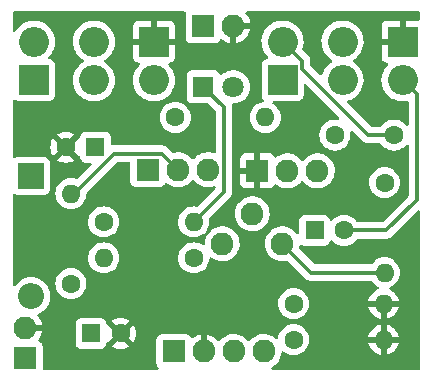
<source format=gbr>
%TF.GenerationSoftware,KiCad,Pcbnew,6.0.0+dfsg1-2*%
%TF.CreationDate,2022-01-11T21:34:28+02:00*%
%TF.ProjectId,sesenta-y-nueve,73657365-6e74-4612-9d79-2d6e75657665,rev?*%
%TF.SameCoordinates,Original*%
%TF.FileFunction,Copper,L2,Bot*%
%TF.FilePolarity,Positive*%
%FSLAX46Y46*%
G04 Gerber Fmt 4.6, Leading zero omitted, Abs format (unit mm)*
G04 Created by KiCad (PCBNEW 6.0.0+dfsg1-2) date 2022-01-11 21:34:28*
%MOMM*%
%LPD*%
G01*
G04 APERTURE LIST*
%TA.AperFunction,ComponentPad*%
%ADD10R,2.540000X2.540000*%
%TD*%
%TA.AperFunction,ComponentPad*%
%ADD11O,2.540000X2.540000*%
%TD*%
%TA.AperFunction,ComponentPad*%
%ADD12R,1.930400X1.930400*%
%TD*%
%TA.AperFunction,ComponentPad*%
%ADD13O,1.930400X1.930400*%
%TD*%
%TA.AperFunction,ComponentPad*%
%ADD14C,1.600000*%
%TD*%
%TA.AperFunction,ComponentPad*%
%ADD15O,1.600000X1.600000*%
%TD*%
%TA.AperFunction,ComponentPad*%
%ADD16R,2.200000X2.200000*%
%TD*%
%TA.AperFunction,ComponentPad*%
%ADD17O,2.200000X2.200000*%
%TD*%
%TA.AperFunction,ComponentPad*%
%ADD18R,1.600000X1.600000*%
%TD*%
%TA.AperFunction,ComponentPad*%
%ADD19R,1.800000X1.800000*%
%TD*%
%TA.AperFunction,ComponentPad*%
%ADD20C,1.800000*%
%TD*%
%TA.AperFunction,ViaPad*%
%ADD21C,0.800000*%
%TD*%
%TA.AperFunction,Conductor*%
%ADD22C,0.380000*%
%TD*%
G04 APERTURE END LIST*
D10*
%TO.P,RV5,1,1*%
%TO.N,GND*%
X155150000Y-86960000D03*
D11*
%TO.P,RV5,2,2*%
%TO.N,OUT*%
X150070000Y-86960000D03*
%TO.P,RV5,3,3*%
%TO.N,Net-(C4-Pad2)*%
X144990000Y-86960000D03*
%TD*%
D12*
%TO.P,J2,1,Pin_1*%
%TO.N,+9V*%
X123200000Y-113770000D03*
D13*
%TO.P,J2,2,Pin_2*%
%TO.N,GND*%
X123200000Y-111230000D03*
%TD*%
D14*
%TO.P,R4,1*%
%TO.N,LED-*%
X129850000Y-102225000D03*
D15*
%TO.P,R4,2*%
%TO.N,Net-(D2-Pad1)*%
X137470000Y-102225000D03*
%TD*%
D10*
%TO.P,RV2,1,1*%
%TO.N,GND*%
X134100000Y-86960000D03*
D11*
%TO.P,RV2,2,2*%
%TO.N,Net-(C3-Pad1)*%
X129020000Y-86960000D03*
%TO.P,RV2,3,3*%
%TO.N,Net-(Q2-Pad1)*%
X123940000Y-86960000D03*
%TD*%
D12*
%TO.P,J1,1,Pin_1*%
%TO.N,IN*%
X135790000Y-113200000D03*
D13*
%TO.P,J1,2,Pin_2*%
%TO.N,GND*%
X138330000Y-113200000D03*
%TO.P,J1,3,Pin_3*%
%TO.N,LED-*%
X140870000Y-113200000D03*
%TO.P,J1,4,Pin_4*%
%TO.N,OUT*%
X143410000Y-113200000D03*
%TD*%
D10*
%TO.P,RV1,1,1*%
%TO.N,IN*%
X144990000Y-90230000D03*
D11*
%TO.P,RV1,2,2*%
X150070000Y-90230000D03*
%TO.P,RV1,3,3*%
%TO.N,Net-(C1-Pad2)*%
X155150000Y-90230000D03*
%TD*%
D12*
%TO.P,J3,1,Pin_1*%
%TO.N,+9V*%
X138270000Y-85630000D03*
D13*
%TO.P,J3,2,Pin_2*%
%TO.N,GND*%
X140810000Y-85630000D03*
%TD*%
D14*
%TO.P,R7,1*%
%TO.N,OUT*%
X145925000Y-112200000D03*
D15*
%TO.P,R7,2*%
%TO.N,GND*%
X153545000Y-112200000D03*
%TD*%
D16*
%TO.P,D1,1,K*%
%TO.N,VCC*%
X123710000Y-98350000D03*
D17*
%TO.P,D1,2,A*%
%TO.N,+9V*%
X123710000Y-108510000D03*
%TD*%
D14*
%TO.P,R5,1*%
%TO.N,Net-(C4-Pad1)*%
X153625000Y-98900000D03*
D15*
%TO.P,R5,2*%
%TO.N,Net-(R5-Pad2)*%
X153625000Y-106520000D03*
%TD*%
D14*
%TO.P,R2,1*%
%TO.N,Net-(Q1-Pad2)*%
X137475000Y-105275000D03*
D15*
%TO.P,R2,2*%
%TO.N,Net-(Q2-Pad1)*%
X129855000Y-105275000D03*
%TD*%
D18*
%TO.P,C3,1*%
%TO.N,Net-(C3-Pad1)*%
X129150000Y-95900000D03*
D14*
%TO.P,C3,2*%
%TO.N,GND*%
X126650000Y-95900000D03*
%TD*%
D10*
%TO.P,RV4,1,1*%
%TO.N,VCC*%
X123940000Y-90230000D03*
D11*
%TO.P,RV4,2,2*%
X129020000Y-90230000D03*
%TO.P,RV4,3,3*%
%TO.N,Net-(R6-Pad1)*%
X134100000Y-90230000D03*
%TD*%
D13*
%TO.P,RV3,1,1*%
%TO.N,Net-(Q2-Pad3)*%
X139885000Y-104075000D03*
%TO.P,RV3,2,2*%
X142425000Y-101535000D03*
%TO.P,RV3,3,3*%
%TO.N,Net-(R5-Pad2)*%
X144965000Y-104075000D03*
%TD*%
D18*
%TO.P,C1,1*%
%TO.N,Net-(Q1-Pad2)*%
X147700000Y-102950000D03*
D14*
%TO.P,C1,2*%
%TO.N,Net-(C1-Pad2)*%
X150200000Y-102950000D03*
%TD*%
D18*
%TO.P,C2,1*%
%TO.N,VCC*%
X128775000Y-111675000D03*
D14*
%TO.P,C2,2*%
%TO.N,GND*%
X131275000Y-111675000D03*
%TD*%
%TO.P,R1,1*%
%TO.N,IN*%
X145925000Y-109150000D03*
D15*
%TO.P,R1,2*%
%TO.N,GND*%
X153545000Y-109150000D03*
%TD*%
D14*
%TO.P,R3,1*%
%TO.N,VCC*%
X127075000Y-107450000D03*
D15*
%TO.P,R3,2*%
%TO.N,Net-(Q1-Pad3)*%
X127075000Y-99830000D03*
%TD*%
D12*
%TO.P,Q1,1,E*%
%TO.N,GND*%
X142860000Y-97900000D03*
D13*
%TO.P,Q1,2,B*%
%TO.N,Net-(Q1-Pad2)*%
X145400000Y-97900000D03*
%TO.P,Q1,3,C*%
%TO.N,Net-(Q1-Pad3)*%
X147940000Y-97900000D03*
%TD*%
D14*
%TO.P,C4,1*%
%TO.N,Net-(C4-Pad1)*%
X149425000Y-94875000D03*
%TO.P,C4,2*%
%TO.N,Net-(C4-Pad2)*%
X154425000Y-94875000D03*
%TD*%
%TO.P,R6,1*%
%TO.N,Net-(R6-Pad1)*%
X135910000Y-93380000D03*
D15*
%TO.P,R6,2*%
%TO.N,Net-(C4-Pad1)*%
X143530000Y-93380000D03*
%TD*%
D12*
%TO.P,Q2,1,E*%
%TO.N,Net-(Q2-Pad1)*%
X133585000Y-97800000D03*
D13*
%TO.P,Q2,2,B*%
%TO.N,Net-(Q1-Pad3)*%
X136125000Y-97800000D03*
%TO.P,Q2,3,C*%
%TO.N,Net-(Q2-Pad3)*%
X138665000Y-97800000D03*
%TD*%
D19*
%TO.P,D2,1,K*%
%TO.N,Net-(D2-Pad1)*%
X138290000Y-90790000D03*
D20*
%TO.P,D2,2,A*%
%TO.N,+9V*%
X140830000Y-90790000D03*
%TD*%
D21*
%TO.N,GND*%
X135375000Y-108625000D03*
X155050000Y-114050000D03*
%TD*%
D22*
%TO.N,Net-(C1-Pad2)*%
X150200000Y-102950000D02*
X150375000Y-102775000D01*
X156360000Y-100340000D02*
X156360000Y-91440000D01*
X150200000Y-102950000D02*
X153750000Y-102950000D01*
X153750000Y-102950000D02*
X156175000Y-100525000D01*
X156360000Y-91440000D02*
X155150000Y-90230000D01*
X156175000Y-100525000D02*
X156360000Y-100340000D01*
%TO.N,Net-(C4-Pad2)*%
X146650001Y-88620001D02*
X144990000Y-86960000D01*
X154425000Y-94875000D02*
X152258198Y-94875000D01*
X146650001Y-89266803D02*
X146650001Y-88620001D01*
X152258198Y-94875000D02*
X146650001Y-89266803D01*
%TO.N,Net-(D2-Pad1)*%
X137470000Y-102225000D02*
X140020201Y-99674799D01*
X140020201Y-99674799D02*
X140020201Y-92520201D01*
X140020201Y-92520201D02*
X138290000Y-90790000D01*
%TO.N,Net-(Q1-Pad3)*%
X134769790Y-96444790D02*
X136125000Y-97800000D01*
X127075000Y-99830000D02*
X127371558Y-99830000D01*
X130756768Y-96444790D02*
X133205210Y-96444790D01*
X133205210Y-96444790D02*
X134769790Y-96444790D01*
X127371558Y-99830000D02*
X130756768Y-96444790D01*
%TO.N,Net-(R5-Pad2)*%
X153625000Y-106520000D02*
X147410000Y-106520000D01*
X147410000Y-106520000D02*
X144965000Y-104075000D01*
%TD*%
%TA.AperFunction,Conductor*%
%TO.N,GND*%
G36*
X136747548Y-84428002D02*
G01*
X136794041Y-84481658D01*
X136804108Y-84551675D01*
X136803055Y-84554484D01*
X136796300Y-84616666D01*
X136796300Y-86643334D01*
X136803055Y-86705516D01*
X136854185Y-86841905D01*
X136941539Y-86958461D01*
X137058095Y-87045815D01*
X137194484Y-87096945D01*
X137256666Y-87103700D01*
X139283334Y-87103700D01*
X139345516Y-87096945D01*
X139481905Y-87045815D01*
X139598461Y-86958461D01*
X139685815Y-86841905D01*
X139688967Y-86833497D01*
X139688970Y-86833492D01*
X139689504Y-86832067D01*
X139690411Y-86830860D01*
X139693277Y-86825625D01*
X139694033Y-86826039D01*
X139732147Y-86775304D01*
X139798710Y-86750607D01*
X139868058Y-86765817D01*
X139887969Y-86779357D01*
X139958131Y-86837606D01*
X139966578Y-86843521D01*
X140166809Y-86960526D01*
X140176096Y-86964976D01*
X140392751Y-87047708D01*
X140402653Y-87050585D01*
X140538248Y-87078172D01*
X140552300Y-87076977D01*
X140556000Y-87066632D01*
X140556000Y-87064665D01*
X141064000Y-87064665D01*
X141068064Y-87078507D01*
X141081478Y-87080541D01*
X141112216Y-87076603D01*
X141122297Y-87074460D01*
X141344426Y-87007818D01*
X141354024Y-87004056D01*
X141562289Y-86902029D01*
X141571134Y-86896756D01*
X141759935Y-86762086D01*
X141767810Y-86755430D01*
X141932083Y-86591730D01*
X141938761Y-86583883D01*
X142074089Y-86395556D01*
X142079398Y-86386719D01*
X142182147Y-86178821D01*
X142185946Y-86169226D01*
X142253360Y-85947343D01*
X142255539Y-85937262D01*
X142260186Y-85901961D01*
X142257975Y-85887779D01*
X142244817Y-85884000D01*
X141082115Y-85884000D01*
X141066876Y-85888475D01*
X141065671Y-85889865D01*
X141064000Y-85897548D01*
X141064000Y-87064665D01*
X140556000Y-87064665D01*
X140556000Y-85502000D01*
X140576002Y-85433879D01*
X140629658Y-85387386D01*
X140682000Y-85376000D01*
X142247128Y-85376000D01*
X142260659Y-85372027D01*
X142261964Y-85362947D01*
X142210642Y-85158622D01*
X142207324Y-85148874D01*
X142114846Y-84936189D01*
X142109980Y-84927114D01*
X141984012Y-84732398D01*
X141977719Y-84724227D01*
X141881787Y-84618799D01*
X141850735Y-84554953D01*
X141859131Y-84484455D01*
X141904308Y-84429687D01*
X141974981Y-84408000D01*
X156516000Y-84408000D01*
X156584121Y-84428002D01*
X156630614Y-84481658D01*
X156642000Y-84534000D01*
X156642000Y-85060463D01*
X156621998Y-85128584D01*
X156568342Y-85175077D01*
X156502394Y-85185726D01*
X156471491Y-85182369D01*
X156464672Y-85182000D01*
X155422115Y-85182000D01*
X155406876Y-85186475D01*
X155405671Y-85187865D01*
X155404000Y-85195548D01*
X155404000Y-87088000D01*
X155383998Y-87156121D01*
X155330342Y-87202614D01*
X155278000Y-87214000D01*
X153390116Y-87214000D01*
X153374877Y-87218475D01*
X153373672Y-87219865D01*
X153372001Y-87227548D01*
X153372001Y-88274669D01*
X153372371Y-88281490D01*
X153377895Y-88332352D01*
X153381521Y-88347604D01*
X153426676Y-88468054D01*
X153435214Y-88483649D01*
X153511715Y-88585724D01*
X153524276Y-88598285D01*
X153626351Y-88674786D01*
X153641946Y-88683324D01*
X153762394Y-88728478D01*
X153777649Y-88732105D01*
X153831911Y-88738000D01*
X153831799Y-88739028D01*
X153894666Y-88761253D01*
X153938183Y-88817350D01*
X153944463Y-88888068D01*
X153911514Y-88950956D01*
X153904814Y-88957396D01*
X153867067Y-88991086D01*
X153698036Y-89194324D01*
X153560901Y-89420314D01*
X153559095Y-89424622D01*
X153559094Y-89424623D01*
X153463871Y-89651705D01*
X153458677Y-89664091D01*
X153457526Y-89668623D01*
X153457525Y-89668626D01*
X153447375Y-89708592D01*
X153393608Y-89920301D01*
X153367124Y-90183314D01*
X153367348Y-90187980D01*
X153367348Y-90187985D01*
X153369518Y-90233160D01*
X153379807Y-90447352D01*
X153431378Y-90706616D01*
X153432957Y-90711014D01*
X153432959Y-90711021D01*
X153484901Y-90855691D01*
X153520704Y-90955410D01*
X153522921Y-90959536D01*
X153590301Y-91084936D01*
X153645822Y-91188267D01*
X153648617Y-91192011D01*
X153648619Y-91192013D01*
X153731743Y-91303329D01*
X153803985Y-91400073D01*
X153807292Y-91403351D01*
X153807297Y-91403357D01*
X153922862Y-91517917D01*
X153991718Y-91586174D01*
X154204896Y-91742483D01*
X154209031Y-91744659D01*
X154209035Y-91744661D01*
X154299886Y-91792460D01*
X154438836Y-91865565D01*
X154578891Y-91914474D01*
X154682384Y-91950615D01*
X154688400Y-91952716D01*
X154692993Y-91953588D01*
X154943515Y-92001151D01*
X154943518Y-92001151D01*
X154948104Y-92002022D01*
X155080173Y-92007211D01*
X155207575Y-92012218D01*
X155207581Y-92012218D01*
X155212243Y-92012401D01*
X155475015Y-91983622D01*
X155479533Y-91982433D01*
X155479536Y-91982432D01*
X155503422Y-91976144D01*
X155574390Y-91978144D01*
X155633011Y-92018195D01*
X155660673Y-92083581D01*
X155661500Y-92097992D01*
X155661500Y-93959984D01*
X155641498Y-94028105D01*
X155587842Y-94074598D01*
X155517568Y-94084702D01*
X155452988Y-94055208D01*
X155438381Y-94039014D01*
X155437892Y-94039424D01*
X155434357Y-94035211D01*
X155431198Y-94030700D01*
X155269300Y-93868802D01*
X155264792Y-93865645D01*
X155264789Y-93865643D01*
X155186611Y-93810902D01*
X155081749Y-93737477D01*
X155076767Y-93735154D01*
X155076762Y-93735151D01*
X154879225Y-93643039D01*
X154879224Y-93643039D01*
X154874243Y-93640716D01*
X154868935Y-93639294D01*
X154868933Y-93639293D01*
X154658402Y-93582881D01*
X154658400Y-93582881D01*
X154653087Y-93581457D01*
X154425000Y-93561502D01*
X154196913Y-93581457D01*
X154191600Y-93582881D01*
X154191598Y-93582881D01*
X153981067Y-93639293D01*
X153981065Y-93639294D01*
X153975757Y-93640716D01*
X153970776Y-93643039D01*
X153970775Y-93643039D01*
X153773238Y-93735151D01*
X153773233Y-93735154D01*
X153768251Y-93737477D01*
X153663389Y-93810902D01*
X153585211Y-93865643D01*
X153585208Y-93865645D01*
X153580700Y-93868802D01*
X153418802Y-94030700D01*
X153415645Y-94035209D01*
X153415643Y-94035211D01*
X153354333Y-94122771D01*
X153298876Y-94167099D01*
X153251120Y-94176500D01*
X152599716Y-94176500D01*
X152531595Y-94156498D01*
X152510621Y-94139595D01*
X150518159Y-92147133D01*
X150484133Y-92084821D01*
X150489198Y-92014006D01*
X150531745Y-91957170D01*
X150575175Y-91936190D01*
X150575563Y-91936088D01*
X150581499Y-91934525D01*
X150646121Y-91917512D01*
X150646126Y-91917510D01*
X150650647Y-91916320D01*
X150749671Y-91873776D01*
X150889229Y-91813817D01*
X150889231Y-91813816D01*
X150893523Y-91811972D01*
X151064763Y-91706005D01*
X151114332Y-91675331D01*
X151114334Y-91675330D01*
X151118307Y-91672871D01*
X151183460Y-91617715D01*
X151316496Y-91505093D01*
X151316498Y-91505091D01*
X151320063Y-91502073D01*
X151494356Y-91303329D01*
X151568367Y-91188267D01*
X151634831Y-91084936D01*
X151637359Y-91081006D01*
X151745930Y-90839988D01*
X151817683Y-90585570D01*
X151851043Y-90323340D01*
X151853487Y-90230000D01*
X151833897Y-89966384D01*
X151775557Y-89708559D01*
X151760028Y-89668626D01*
X151681442Y-89466542D01*
X151681441Y-89466540D01*
X151679749Y-89462189D01*
X151666716Y-89439385D01*
X151550897Y-89236745D01*
X151548578Y-89232687D01*
X151384925Y-89025094D01*
X151192385Y-88843970D01*
X151188542Y-88841304D01*
X150979301Y-88696149D01*
X150934730Y-88640886D01*
X150927113Y-88570299D01*
X150958867Y-88506799D01*
X150984815Y-88485479D01*
X151083467Y-88424431D01*
X151114332Y-88405331D01*
X151114334Y-88405330D01*
X151118307Y-88402871D01*
X151183589Y-88347606D01*
X151316496Y-88235093D01*
X151316498Y-88235091D01*
X151320063Y-88232073D01*
X151494356Y-88033329D01*
X151568367Y-87918267D01*
X151634831Y-87814936D01*
X151637359Y-87811006D01*
X151745930Y-87569988D01*
X151817683Y-87315570D01*
X151837968Y-87156121D01*
X151850645Y-87056471D01*
X151850645Y-87056465D01*
X151851043Y-87053340D01*
X151851191Y-87047708D01*
X151852415Y-87000943D01*
X151853487Y-86960000D01*
X151839057Y-86765817D01*
X151834243Y-86701036D01*
X151834242Y-86701032D01*
X151833897Y-86696384D01*
X151831974Y-86687885D01*
X153372000Y-86687885D01*
X153376475Y-86703124D01*
X153377865Y-86704329D01*
X153385548Y-86706000D01*
X154877885Y-86706000D01*
X154893124Y-86701525D01*
X154894329Y-86700135D01*
X154896000Y-86692452D01*
X154896000Y-85200116D01*
X154891525Y-85184877D01*
X154890135Y-85183672D01*
X154882452Y-85182001D01*
X153835331Y-85182001D01*
X153828510Y-85182371D01*
X153777648Y-85187895D01*
X153762396Y-85191521D01*
X153641946Y-85236676D01*
X153626351Y-85245214D01*
X153524276Y-85321715D01*
X153511715Y-85334276D01*
X153435214Y-85436351D01*
X153426676Y-85451946D01*
X153381522Y-85572394D01*
X153377895Y-85587649D01*
X153372369Y-85638514D01*
X153372000Y-85645328D01*
X153372000Y-86687885D01*
X151831974Y-86687885D01*
X151775557Y-86438559D01*
X151758834Y-86395556D01*
X151681442Y-86196542D01*
X151681441Y-86196540D01*
X151679749Y-86192189D01*
X151675080Y-86184019D01*
X151550897Y-85966745D01*
X151548578Y-85962687D01*
X151384925Y-85755094D01*
X151192385Y-85573970D01*
X151155212Y-85548182D01*
X150979026Y-85425958D01*
X150979021Y-85425955D01*
X150975188Y-85423296D01*
X150970997Y-85421229D01*
X150742294Y-85308445D01*
X150742291Y-85308444D01*
X150738106Y-85306380D01*
X150681150Y-85288148D01*
X150547024Y-85245214D01*
X150486347Y-85225791D01*
X150300647Y-85195548D01*
X150230053Y-85184051D01*
X150230052Y-85184051D01*
X150225441Y-85183300D01*
X150093281Y-85181570D01*
X149965798Y-85179901D01*
X149965795Y-85179901D01*
X149961121Y-85179840D01*
X149699192Y-85215486D01*
X149694702Y-85216795D01*
X149694696Y-85216796D01*
X149597200Y-85245214D01*
X149445410Y-85289457D01*
X149441163Y-85291415D01*
X149441160Y-85291416D01*
X149375437Y-85321715D01*
X149205348Y-85400127D01*
X149201439Y-85402690D01*
X148988195Y-85542499D01*
X148988190Y-85542503D01*
X148984282Y-85545065D01*
X148787067Y-85721086D01*
X148618036Y-85924324D01*
X148480901Y-86150314D01*
X148479095Y-86154622D01*
X148479094Y-86154623D01*
X148472971Y-86169226D01*
X148378677Y-86394091D01*
X148377526Y-86398623D01*
X148377525Y-86398626D01*
X148366226Y-86443116D01*
X148313608Y-86650301D01*
X148287124Y-86913314D01*
X148287348Y-86917980D01*
X148287348Y-86917985D01*
X148291483Y-87004056D01*
X148299807Y-87177352D01*
X148351378Y-87436616D01*
X148352957Y-87441014D01*
X148352959Y-87441021D01*
X148417516Y-87620825D01*
X148440704Y-87685410D01*
X148442921Y-87689536D01*
X148532037Y-87855389D01*
X148565822Y-87918267D01*
X148568617Y-87922011D01*
X148568619Y-87922013D01*
X148651743Y-88033329D01*
X148723985Y-88130073D01*
X148727292Y-88133351D01*
X148727297Y-88133357D01*
X148896528Y-88301116D01*
X148911718Y-88316174D01*
X148915485Y-88318936D01*
X148915486Y-88318937D01*
X149107472Y-88459707D01*
X149124896Y-88472483D01*
X149129031Y-88474659D01*
X149129035Y-88474661D01*
X149147474Y-88484362D01*
X149198446Y-88533782D01*
X149214609Y-88602914D01*
X149190830Y-88669810D01*
X149157893Y-88701240D01*
X149062240Y-88763953D01*
X148988195Y-88812499D01*
X148988190Y-88812503D01*
X148984282Y-88815065D01*
X148902489Y-88888068D01*
X148827178Y-88955286D01*
X148787067Y-88991086D01*
X148618036Y-89194324D01*
X148480901Y-89420314D01*
X148479095Y-89424622D01*
X148479094Y-89424623D01*
X148383871Y-89651705D01*
X148378677Y-89664091D01*
X148377526Y-89668623D01*
X148377524Y-89668629D01*
X148363637Y-89723312D01*
X148327483Y-89784414D01*
X148264034Y-89816269D01*
X148193435Y-89808764D01*
X148152419Y-89781393D01*
X147385406Y-89014380D01*
X147351380Y-88952068D01*
X147348501Y-88925285D01*
X147348501Y-88648560D01*
X147348793Y-88639991D01*
X147352150Y-88590752D01*
X147352150Y-88590748D01*
X147352666Y-88583176D01*
X147348527Y-88559457D01*
X147341843Y-88521163D01*
X147340880Y-88514637D01*
X147340245Y-88509385D01*
X147333320Y-88452162D01*
X147330635Y-88445056D01*
X147329766Y-88441519D01*
X147325956Y-88427593D01*
X147324907Y-88424118D01*
X147323600Y-88416629D01*
X147298298Y-88358989D01*
X147295806Y-88352883D01*
X147276245Y-88301116D01*
X147276243Y-88301112D01*
X147273560Y-88294012D01*
X147269258Y-88287752D01*
X147267573Y-88284530D01*
X147260531Y-88271878D01*
X147258696Y-88268775D01*
X147255645Y-88261825D01*
X147251023Y-88255802D01*
X147251021Y-88255798D01*
X147217329Y-88211889D01*
X147213452Y-88206553D01*
X147182105Y-88160942D01*
X147182102Y-88160938D01*
X147177802Y-88154682D01*
X147131974Y-88113851D01*
X147126698Y-88108869D01*
X146700966Y-87683137D01*
X146666940Y-87620825D01*
X146668792Y-87559841D01*
X146703545Y-87436616D01*
X146737683Y-87315570D01*
X146757968Y-87156121D01*
X146770645Y-87056471D01*
X146770645Y-87056465D01*
X146771043Y-87053340D01*
X146771191Y-87047708D01*
X146772415Y-87000943D01*
X146773487Y-86960000D01*
X146759057Y-86765817D01*
X146754243Y-86701036D01*
X146754242Y-86701032D01*
X146753897Y-86696384D01*
X146695557Y-86438559D01*
X146678834Y-86395556D01*
X146601442Y-86196542D01*
X146601441Y-86196540D01*
X146599749Y-86192189D01*
X146595080Y-86184019D01*
X146470897Y-85966745D01*
X146468578Y-85962687D01*
X146304925Y-85755094D01*
X146112385Y-85573970D01*
X146075212Y-85548182D01*
X145899026Y-85425958D01*
X145899021Y-85425955D01*
X145895188Y-85423296D01*
X145890997Y-85421229D01*
X145662294Y-85308445D01*
X145662291Y-85308444D01*
X145658106Y-85306380D01*
X145601150Y-85288148D01*
X145467024Y-85245214D01*
X145406347Y-85225791D01*
X145220647Y-85195548D01*
X145150053Y-85184051D01*
X145150052Y-85184051D01*
X145145441Y-85183300D01*
X145013281Y-85181570D01*
X144885798Y-85179901D01*
X144885795Y-85179901D01*
X144881121Y-85179840D01*
X144619192Y-85215486D01*
X144614702Y-85216795D01*
X144614696Y-85216796D01*
X144517200Y-85245214D01*
X144365410Y-85289457D01*
X144361163Y-85291415D01*
X144361160Y-85291416D01*
X144295437Y-85321715D01*
X144125348Y-85400127D01*
X144121439Y-85402690D01*
X143908195Y-85542499D01*
X143908190Y-85542503D01*
X143904282Y-85545065D01*
X143707067Y-85721086D01*
X143538036Y-85924324D01*
X143400901Y-86150314D01*
X143399095Y-86154622D01*
X143399094Y-86154623D01*
X143392971Y-86169226D01*
X143298677Y-86394091D01*
X143297526Y-86398623D01*
X143297525Y-86398626D01*
X143286226Y-86443116D01*
X143233608Y-86650301D01*
X143207124Y-86913314D01*
X143207348Y-86917980D01*
X143207348Y-86917985D01*
X143211483Y-87004056D01*
X143219807Y-87177352D01*
X143271378Y-87436616D01*
X143272957Y-87441014D01*
X143272959Y-87441021D01*
X143337516Y-87620825D01*
X143360704Y-87685410D01*
X143362921Y-87689536D01*
X143452037Y-87855389D01*
X143485822Y-87918267D01*
X143488617Y-87922011D01*
X143488619Y-87922013D01*
X143571743Y-88033329D01*
X143643985Y-88130073D01*
X143647298Y-88133357D01*
X143647304Y-88133364D01*
X143751360Y-88236516D01*
X143785656Y-88298679D01*
X143780901Y-88369516D01*
X143738602Y-88426537D01*
X143671807Y-88450959D01*
X143671866Y-88451500D01*
X143609684Y-88458255D01*
X143473295Y-88509385D01*
X143356739Y-88596739D01*
X143269385Y-88713295D01*
X143218255Y-88849684D01*
X143211500Y-88911866D01*
X143211500Y-91548134D01*
X143218255Y-91610316D01*
X143269385Y-91746705D01*
X143356739Y-91863261D01*
X143363919Y-91868642D01*
X143369053Y-91873776D01*
X143403079Y-91936088D01*
X143398014Y-92006903D01*
X143355467Y-92063739D01*
X143303266Y-92086339D01*
X143301913Y-92086457D01*
X143167325Y-92122520D01*
X143086067Y-92144293D01*
X143086065Y-92144294D01*
X143080757Y-92145716D01*
X143075776Y-92148039D01*
X143075775Y-92148039D01*
X142878238Y-92240151D01*
X142878233Y-92240154D01*
X142873251Y-92242477D01*
X142813122Y-92284580D01*
X142690211Y-92370643D01*
X142690208Y-92370645D01*
X142685700Y-92373802D01*
X142523802Y-92535700D01*
X142520645Y-92540208D01*
X142520643Y-92540211D01*
X142514649Y-92548772D01*
X142392477Y-92723251D01*
X142390154Y-92728233D01*
X142390151Y-92728238D01*
X142298039Y-92925775D01*
X142295716Y-92930757D01*
X142236457Y-93151913D01*
X142216502Y-93380000D01*
X142236457Y-93608087D01*
X142295716Y-93829243D01*
X142298039Y-93834224D01*
X142298039Y-93834225D01*
X142390151Y-94031762D01*
X142390154Y-94031767D01*
X142392477Y-94036749D01*
X142523802Y-94224300D01*
X142685700Y-94386198D01*
X142690208Y-94389355D01*
X142690211Y-94389357D01*
X142735081Y-94420775D01*
X142873251Y-94517523D01*
X142878233Y-94519846D01*
X142878238Y-94519849D01*
X143044553Y-94597402D01*
X143080757Y-94614284D01*
X143086065Y-94615706D01*
X143086067Y-94615707D01*
X143296598Y-94672119D01*
X143296600Y-94672119D01*
X143301913Y-94673543D01*
X143530000Y-94693498D01*
X143758087Y-94673543D01*
X143763400Y-94672119D01*
X143763402Y-94672119D01*
X143973933Y-94615707D01*
X143973935Y-94615706D01*
X143979243Y-94614284D01*
X144015447Y-94597402D01*
X144181762Y-94519849D01*
X144181767Y-94519846D01*
X144186749Y-94517523D01*
X144324919Y-94420775D01*
X144369789Y-94389357D01*
X144369792Y-94389355D01*
X144374300Y-94386198D01*
X144536198Y-94224300D01*
X144667523Y-94036749D01*
X144669846Y-94031767D01*
X144669849Y-94031762D01*
X144761961Y-93834225D01*
X144761961Y-93834224D01*
X144764284Y-93829243D01*
X144823543Y-93608087D01*
X144843498Y-93380000D01*
X144823543Y-93151913D01*
X144764284Y-92930757D01*
X144761961Y-92925775D01*
X144669849Y-92728238D01*
X144669846Y-92728233D01*
X144667523Y-92723251D01*
X144545351Y-92548772D01*
X144539357Y-92540211D01*
X144539355Y-92540208D01*
X144536198Y-92535700D01*
X144374300Y-92373802D01*
X144369792Y-92370645D01*
X144369789Y-92370643D01*
X144191258Y-92245634D01*
X144191256Y-92245633D01*
X144186749Y-92242477D01*
X144186621Y-92242417D01*
X144138774Y-92192234D01*
X144125340Y-92122520D01*
X144151728Y-92056609D01*
X144209561Y-92015429D01*
X144250769Y-92008500D01*
X146308134Y-92008500D01*
X146370316Y-92001745D01*
X146506705Y-91950615D01*
X146623261Y-91863261D01*
X146710615Y-91746705D01*
X146761745Y-91610316D01*
X146768500Y-91548134D01*
X146768500Y-90677321D01*
X146788502Y-90609200D01*
X146842158Y-90562707D01*
X146912432Y-90552603D01*
X146977012Y-90582097D01*
X146983595Y-90588226D01*
X149764147Y-93368778D01*
X149798173Y-93431090D01*
X149793108Y-93501905D01*
X149750561Y-93558741D01*
X149684041Y-93583552D01*
X149655384Y-93582072D01*
X149653087Y-93581457D01*
X149425000Y-93561502D01*
X149196913Y-93581457D01*
X149191600Y-93582881D01*
X149191598Y-93582881D01*
X148981067Y-93639293D01*
X148981065Y-93639294D01*
X148975757Y-93640716D01*
X148970776Y-93643039D01*
X148970775Y-93643039D01*
X148773238Y-93735151D01*
X148773233Y-93735154D01*
X148768251Y-93737477D01*
X148663389Y-93810902D01*
X148585211Y-93865643D01*
X148585208Y-93865645D01*
X148580700Y-93868802D01*
X148418802Y-94030700D01*
X148287477Y-94218251D01*
X148285154Y-94223233D01*
X148285151Y-94223238D01*
X148207689Y-94389357D01*
X148190716Y-94425757D01*
X148189294Y-94431065D01*
X148189293Y-94431067D01*
X148144495Y-94598255D01*
X148131457Y-94646913D01*
X148111502Y-94875000D01*
X148131457Y-95103087D01*
X148132881Y-95108400D01*
X148132881Y-95108402D01*
X148170418Y-95248489D01*
X148190716Y-95324243D01*
X148193039Y-95329224D01*
X148193039Y-95329225D01*
X148285151Y-95526762D01*
X148285154Y-95526767D01*
X148287477Y-95531749D01*
X148316858Y-95573709D01*
X148381963Y-95666688D01*
X148418802Y-95719300D01*
X148580700Y-95881198D01*
X148585208Y-95884355D01*
X148585211Y-95884357D01*
X148663389Y-95939098D01*
X148768251Y-96012523D01*
X148773233Y-96014846D01*
X148773238Y-96014849D01*
X148970775Y-96106961D01*
X148975757Y-96109284D01*
X148981065Y-96110706D01*
X148981067Y-96110707D01*
X149191598Y-96167119D01*
X149191600Y-96167119D01*
X149196913Y-96168543D01*
X149425000Y-96188498D01*
X149653087Y-96168543D01*
X149658400Y-96167119D01*
X149658402Y-96167119D01*
X149868933Y-96110707D01*
X149868935Y-96110706D01*
X149874243Y-96109284D01*
X149879225Y-96106961D01*
X150076762Y-96014849D01*
X150076767Y-96014846D01*
X150081749Y-96012523D01*
X150186611Y-95939098D01*
X150264789Y-95884357D01*
X150264792Y-95884355D01*
X150269300Y-95881198D01*
X150431198Y-95719300D01*
X150468038Y-95666688D01*
X150533142Y-95573709D01*
X150562523Y-95531749D01*
X150564846Y-95526767D01*
X150564849Y-95526762D01*
X150656961Y-95329225D01*
X150656961Y-95329224D01*
X150659284Y-95324243D01*
X150679583Y-95248489D01*
X150717119Y-95108402D01*
X150717119Y-95108400D01*
X150718543Y-95103087D01*
X150738498Y-94875000D01*
X150718543Y-94646913D01*
X150718183Y-94645569D01*
X150725909Y-94576273D01*
X150770674Y-94521167D01*
X150838125Y-94499012D01*
X150906847Y-94516840D01*
X150931222Y-94535853D01*
X151744077Y-95348708D01*
X151749931Y-95354973D01*
X151787378Y-95397899D01*
X151838883Y-95434098D01*
X151844150Y-95438010D01*
X151887717Y-95472171D01*
X151887726Y-95472176D01*
X151893698Y-95476859D01*
X151900619Y-95479984D01*
X151903720Y-95481862D01*
X151916316Y-95489046D01*
X151919479Y-95490742D01*
X151925697Y-95495112D01*
X151932777Y-95497872D01*
X151932780Y-95497874D01*
X151984345Y-95517978D01*
X151990416Y-95520529D01*
X152047784Y-95546432D01*
X152055246Y-95547815D01*
X152058685Y-95548893D01*
X152072603Y-95552857D01*
X152076127Y-95553762D01*
X152083212Y-95556524D01*
X152090747Y-95557516D01*
X152145607Y-95564739D01*
X152152121Y-95565771D01*
X152206548Y-95575858D01*
X152206549Y-95575858D01*
X152214016Y-95577242D01*
X152221596Y-95576805D01*
X152221597Y-95576805D01*
X152275284Y-95573709D01*
X152282538Y-95573500D01*
X153251120Y-95573500D01*
X153319241Y-95593502D01*
X153354332Y-95627228D01*
X153418802Y-95719300D01*
X153580700Y-95881198D01*
X153585208Y-95884355D01*
X153585211Y-95884357D01*
X153663389Y-95939098D01*
X153768251Y-96012523D01*
X153773233Y-96014846D01*
X153773238Y-96014849D01*
X153970775Y-96106961D01*
X153975757Y-96109284D01*
X153981065Y-96110706D01*
X153981067Y-96110707D01*
X154191598Y-96167119D01*
X154191600Y-96167119D01*
X154196913Y-96168543D01*
X154425000Y-96188498D01*
X154653087Y-96168543D01*
X154658400Y-96167119D01*
X154658402Y-96167119D01*
X154868933Y-96110707D01*
X154868935Y-96110706D01*
X154874243Y-96109284D01*
X154879225Y-96106961D01*
X155076762Y-96014849D01*
X155076767Y-96014846D01*
X155081749Y-96012523D01*
X155186611Y-95939098D01*
X155264789Y-95884357D01*
X155264792Y-95884355D01*
X155269300Y-95881198D01*
X155431198Y-95719300D01*
X155434357Y-95714789D01*
X155437892Y-95710576D01*
X155439531Y-95711952D01*
X155487753Y-95673413D01*
X155558373Y-95666109D01*
X155621731Y-95698145D01*
X155657711Y-95759349D01*
X155661500Y-95790016D01*
X155661500Y-99998481D01*
X155641498Y-100066602D01*
X155624595Y-100087576D01*
X153497577Y-102214595D01*
X153435265Y-102248620D01*
X153408482Y-102251500D01*
X151373880Y-102251500D01*
X151305759Y-102231498D01*
X151270667Y-102197771D01*
X151270092Y-102196949D01*
X151243228Y-102158584D01*
X151209357Y-102110211D01*
X151209355Y-102110209D01*
X151206198Y-102105700D01*
X151044300Y-101943802D01*
X151039792Y-101940645D01*
X151039789Y-101940643D01*
X150960258Y-101884955D01*
X150856749Y-101812477D01*
X150851767Y-101810154D01*
X150851762Y-101810151D01*
X150654225Y-101718039D01*
X150654224Y-101718039D01*
X150649243Y-101715716D01*
X150643935Y-101714294D01*
X150643933Y-101714293D01*
X150433402Y-101657881D01*
X150433400Y-101657881D01*
X150428087Y-101656457D01*
X150200000Y-101636502D01*
X149971913Y-101656457D01*
X149966600Y-101657881D01*
X149966598Y-101657881D01*
X149756067Y-101714293D01*
X149756065Y-101714294D01*
X149750757Y-101715716D01*
X149745776Y-101718039D01*
X149745775Y-101718039D01*
X149548238Y-101810151D01*
X149548233Y-101810154D01*
X149543251Y-101812477D01*
X149439742Y-101884955D01*
X149360211Y-101940643D01*
X149360208Y-101940645D01*
X149355700Y-101943802D01*
X149210000Y-102089502D01*
X149147688Y-102123528D01*
X149076873Y-102118463D01*
X149020037Y-102075916D01*
X149002868Y-102039263D01*
X149001745Y-102039684D01*
X148953767Y-101911703D01*
X148950615Y-101903295D01*
X148863261Y-101786739D01*
X148746705Y-101699385D01*
X148610316Y-101648255D01*
X148548134Y-101641500D01*
X146851866Y-101641500D01*
X146789684Y-101648255D01*
X146653295Y-101699385D01*
X146536739Y-101786739D01*
X146449385Y-101903295D01*
X146398255Y-102039684D01*
X146391500Y-102101866D01*
X146391500Y-103140028D01*
X146371498Y-103208149D01*
X146317842Y-103254642D01*
X146247568Y-103264746D01*
X146182988Y-103235252D01*
X146159708Y-103208468D01*
X146139407Y-103177087D01*
X146139405Y-103177084D01*
X146136599Y-103172747D01*
X145973506Y-102993510D01*
X145783328Y-102843317D01*
X145571174Y-102726201D01*
X145435662Y-102678214D01*
X145347613Y-102647034D01*
X145347610Y-102647033D01*
X145342741Y-102645309D01*
X145337652Y-102644402D01*
X145337650Y-102644402D01*
X145264394Y-102631353D01*
X145104163Y-102602812D01*
X145013635Y-102601706D01*
X144867018Y-102599914D01*
X144867016Y-102599914D01*
X144861848Y-102599851D01*
X144622303Y-102636507D01*
X144391961Y-102711794D01*
X144177009Y-102823691D01*
X144172876Y-102826794D01*
X144172873Y-102826796D01*
X144000700Y-102956067D01*
X143983218Y-102969193D01*
X143815795Y-103144392D01*
X143812881Y-103148664D01*
X143812880Y-103148665D01*
X143740588Y-103254642D01*
X143679234Y-103344583D01*
X143577203Y-103564390D01*
X143575821Y-103569372D01*
X143575821Y-103569373D01*
X143538344Y-103704512D01*
X143512442Y-103797910D01*
X143511893Y-103803047D01*
X143492674Y-103982881D01*
X143486690Y-104038871D01*
X143486987Y-104044023D01*
X143486987Y-104044027D01*
X143495706Y-104195229D01*
X143500640Y-104280802D01*
X143501777Y-104285848D01*
X143501778Y-104285854D01*
X143523529Y-104382368D01*
X143553916Y-104517207D01*
X143555858Y-104521989D01*
X143555859Y-104521993D01*
X143643144Y-104736949D01*
X143645088Y-104741736D01*
X143771707Y-104948359D01*
X143930372Y-105131527D01*
X144116823Y-105286322D01*
X144326053Y-105408586D01*
X144330873Y-105410426D01*
X144330878Y-105410429D01*
X144439220Y-105451800D01*
X144552442Y-105495035D01*
X144557510Y-105496066D01*
X144557513Y-105496067D01*
X144663838Y-105517699D01*
X144789910Y-105543349D01*
X144795085Y-105543539D01*
X144795087Y-105543539D01*
X145026917Y-105552040D01*
X145026921Y-105552040D01*
X145032081Y-105552229D01*
X145037201Y-105551573D01*
X145037203Y-105551573D01*
X145267322Y-105522094D01*
X145267323Y-105522094D01*
X145272450Y-105521437D01*
X145277401Y-105519952D01*
X145277404Y-105519951D01*
X145316640Y-105508180D01*
X145387636Y-105507764D01*
X145441942Y-105539771D01*
X146895879Y-106993708D01*
X146901733Y-106999973D01*
X146939180Y-107042899D01*
X146990685Y-107079098D01*
X146995952Y-107083010D01*
X147039519Y-107117171D01*
X147039528Y-107117176D01*
X147045500Y-107121859D01*
X147052421Y-107124984D01*
X147055522Y-107126862D01*
X147068118Y-107134046D01*
X147071281Y-107135742D01*
X147077499Y-107140112D01*
X147084579Y-107142872D01*
X147084582Y-107142874D01*
X147136147Y-107162978D01*
X147142218Y-107165529D01*
X147199586Y-107191432D01*
X147207048Y-107192815D01*
X147210487Y-107193893D01*
X147224405Y-107197857D01*
X147227929Y-107198762D01*
X147235014Y-107201524D01*
X147242549Y-107202516D01*
X147297409Y-107209739D01*
X147303923Y-107210771D01*
X147358350Y-107220858D01*
X147358351Y-107220858D01*
X147365818Y-107222242D01*
X147373398Y-107221805D01*
X147373399Y-107221805D01*
X147427086Y-107218709D01*
X147434340Y-107218500D01*
X152451120Y-107218500D01*
X152519241Y-107238502D01*
X152554332Y-107272228D01*
X152618802Y-107364300D01*
X152780700Y-107526198D01*
X152785208Y-107529355D01*
X152785211Y-107529357D01*
X152837324Y-107565847D01*
X152968251Y-107657523D01*
X152973236Y-107659847D01*
X152973242Y-107659851D01*
X153064551Y-107702428D01*
X153117837Y-107749344D01*
X153137298Y-107817622D01*
X153116757Y-107885582D01*
X153064552Y-107930818D01*
X152893489Y-108010586D01*
X152883993Y-108016069D01*
X152705533Y-108141028D01*
X152697125Y-108148084D01*
X152543084Y-108302125D01*
X152536028Y-108310533D01*
X152411069Y-108488993D01*
X152405586Y-108498489D01*
X152313510Y-108695947D01*
X152309764Y-108706239D01*
X152263606Y-108878503D01*
X152263942Y-108892599D01*
X152271884Y-108896000D01*
X154812967Y-108896000D01*
X154826498Y-108892027D01*
X154827727Y-108883478D01*
X154780236Y-108706239D01*
X154776490Y-108695947D01*
X154684414Y-108498489D01*
X154678931Y-108488993D01*
X154553972Y-108310533D01*
X154546916Y-108302125D01*
X154392875Y-108148084D01*
X154384467Y-108141028D01*
X154206007Y-108016069D01*
X154196511Y-108010586D01*
X154105448Y-107968123D01*
X154052163Y-107921206D01*
X154032702Y-107852928D01*
X154053244Y-107784968D01*
X154105448Y-107739733D01*
X154276762Y-107659849D01*
X154276767Y-107659846D01*
X154281749Y-107657523D01*
X154412676Y-107565847D01*
X154464789Y-107529357D01*
X154464792Y-107529355D01*
X154469300Y-107526198D01*
X154631198Y-107364300D01*
X154762523Y-107176749D01*
X154764846Y-107171767D01*
X154764849Y-107171762D01*
X154856961Y-106974225D01*
X154856961Y-106974224D01*
X154859284Y-106969243D01*
X154918543Y-106748087D01*
X154938498Y-106520000D01*
X154918543Y-106291913D01*
X154917119Y-106286598D01*
X154860707Y-106076067D01*
X154860706Y-106076065D01*
X154859284Y-106070757D01*
X154794464Y-105931749D01*
X154764849Y-105868238D01*
X154764846Y-105868233D01*
X154762523Y-105863251D01*
X154631198Y-105675700D01*
X154469300Y-105513802D01*
X154464792Y-105510645D01*
X154464789Y-105510643D01*
X154315313Y-105405979D01*
X154281749Y-105382477D01*
X154276767Y-105380154D01*
X154276762Y-105380151D01*
X154079225Y-105288039D01*
X154079224Y-105288039D01*
X154074243Y-105285716D01*
X154068935Y-105284294D01*
X154068933Y-105284293D01*
X153858402Y-105227881D01*
X153858400Y-105227881D01*
X153853087Y-105226457D01*
X153625000Y-105206502D01*
X153396913Y-105226457D01*
X153391600Y-105227881D01*
X153391598Y-105227881D01*
X153181067Y-105284293D01*
X153181065Y-105284294D01*
X153175757Y-105285716D01*
X153170776Y-105288039D01*
X153170775Y-105288039D01*
X152973238Y-105380151D01*
X152973233Y-105380154D01*
X152968251Y-105382477D01*
X152934687Y-105405979D01*
X152785211Y-105510643D01*
X152785208Y-105510645D01*
X152780700Y-105513802D01*
X152618802Y-105675700D01*
X152615645Y-105680209D01*
X152615643Y-105680211D01*
X152554333Y-105767771D01*
X152498876Y-105812099D01*
X152451120Y-105821500D01*
X147751518Y-105821500D01*
X147683397Y-105801498D01*
X147662423Y-105784595D01*
X146429987Y-104552159D01*
X146395961Y-104489847D01*
X146398524Y-104426437D01*
X146410355Y-104387497D01*
X146426451Y-104265240D01*
X146455172Y-104200314D01*
X146514437Y-104161222D01*
X146585429Y-104160377D01*
X146626936Y-104180860D01*
X146646109Y-104195230D01*
X146646112Y-104195232D01*
X146653295Y-104200615D01*
X146789684Y-104251745D01*
X146851866Y-104258500D01*
X148548134Y-104258500D01*
X148610316Y-104251745D01*
X148746705Y-104200615D01*
X148863261Y-104113261D01*
X148950615Y-103996705D01*
X149001745Y-103860316D01*
X149003691Y-103861046D01*
X149033545Y-103808795D01*
X149096503Y-103775979D01*
X149167207Y-103782409D01*
X149210000Y-103810498D01*
X149355700Y-103956198D01*
X149360208Y-103959355D01*
X149360211Y-103959357D01*
X149391089Y-103980978D01*
X149543251Y-104087523D01*
X149548233Y-104089846D01*
X149548238Y-104089849D01*
X149701300Y-104161222D01*
X149750757Y-104184284D01*
X149756065Y-104185706D01*
X149756067Y-104185707D01*
X149966598Y-104242119D01*
X149966600Y-104242119D01*
X149971913Y-104243543D01*
X150200000Y-104263498D01*
X150428087Y-104243543D01*
X150433400Y-104242119D01*
X150433402Y-104242119D01*
X150643933Y-104185707D01*
X150643935Y-104185706D01*
X150649243Y-104184284D01*
X150698700Y-104161222D01*
X150851762Y-104089849D01*
X150851767Y-104089846D01*
X150856749Y-104087523D01*
X151008911Y-103980978D01*
X151039789Y-103959357D01*
X151039792Y-103959355D01*
X151044300Y-103956198D01*
X151206198Y-103794300D01*
X151214525Y-103782409D01*
X151243228Y-103741416D01*
X151270668Y-103702228D01*
X151326124Y-103657901D01*
X151373880Y-103648500D01*
X153721441Y-103648500D01*
X153730010Y-103648792D01*
X153779249Y-103652149D01*
X153779253Y-103652149D01*
X153786825Y-103652665D01*
X153794302Y-103651360D01*
X153794304Y-103651360D01*
X153832940Y-103644617D01*
X153848842Y-103641841D01*
X153855360Y-103640880D01*
X153917839Y-103633319D01*
X153924945Y-103630634D01*
X153928482Y-103629765D01*
X153942408Y-103625955D01*
X153945883Y-103624906D01*
X153953372Y-103623599D01*
X154011012Y-103598297D01*
X154017118Y-103595805D01*
X154068885Y-103576244D01*
X154068889Y-103576242D01*
X154075989Y-103573559D01*
X154082249Y-103569257D01*
X154085471Y-103567572D01*
X154098123Y-103560530D01*
X154101226Y-103558695D01*
X154108176Y-103555644D01*
X154114199Y-103551022D01*
X154114203Y-103551020D01*
X154158112Y-103517328D01*
X154163448Y-103513451D01*
X154209059Y-103482104D01*
X154209063Y-103482101D01*
X154215319Y-103477801D01*
X154256150Y-103431973D01*
X154261132Y-103426697D01*
X155283871Y-102403958D01*
X156426905Y-101260923D01*
X156489217Y-101226898D01*
X156560032Y-101231962D01*
X156616868Y-101274509D01*
X156641679Y-101341029D01*
X156642000Y-101350018D01*
X156642000Y-114616000D01*
X156621998Y-114684121D01*
X156568342Y-114730614D01*
X156516000Y-114742000D01*
X144155947Y-114742000D01*
X144087826Y-114721998D01*
X144041333Y-114668342D01*
X144031229Y-114598068D01*
X144060723Y-114533488D01*
X144100513Y-114502850D01*
X144167184Y-114470188D01*
X144171394Y-114467185D01*
X144171399Y-114467182D01*
X144360259Y-114332469D01*
X144360264Y-114332465D01*
X144364471Y-114329464D01*
X144536126Y-114158408D01*
X144576725Y-114101909D01*
X144674519Y-113965813D01*
X144677537Y-113961613D01*
X144682311Y-113951955D01*
X144782614Y-113749006D01*
X144784908Y-113744365D01*
X144815946Y-113642207D01*
X144853851Y-113517449D01*
X144853852Y-113517443D01*
X144855355Y-113512497D01*
X144884194Y-113293445D01*
X144912917Y-113228518D01*
X144972182Y-113189427D01*
X145043173Y-113188582D01*
X145081387Y-113206679D01*
X145268251Y-113337523D01*
X145273233Y-113339846D01*
X145273238Y-113339849D01*
X145469765Y-113431490D01*
X145475757Y-113434284D01*
X145481065Y-113435706D01*
X145481067Y-113435707D01*
X145691598Y-113492119D01*
X145691600Y-113492119D01*
X145696913Y-113493543D01*
X145925000Y-113513498D01*
X146153087Y-113493543D01*
X146158400Y-113492119D01*
X146158402Y-113492119D01*
X146368933Y-113435707D01*
X146368935Y-113435706D01*
X146374243Y-113434284D01*
X146380235Y-113431490D01*
X146576762Y-113339849D01*
X146576767Y-113339846D01*
X146581749Y-113337523D01*
X146737424Y-113228518D01*
X146764789Y-113209357D01*
X146764792Y-113209355D01*
X146769300Y-113206198D01*
X146931198Y-113044300D01*
X147062523Y-112856749D01*
X147064846Y-112851767D01*
X147064849Y-112851762D01*
X147156961Y-112654225D01*
X147156961Y-112654224D01*
X147159284Y-112649243D01*
X147178519Y-112577460D01*
X147208245Y-112466522D01*
X152262273Y-112466522D01*
X152309764Y-112643761D01*
X152313510Y-112654053D01*
X152405586Y-112851511D01*
X152411069Y-112861007D01*
X152536028Y-113039467D01*
X152543084Y-113047875D01*
X152697125Y-113201916D01*
X152705533Y-113208972D01*
X152883993Y-113333931D01*
X152893489Y-113339414D01*
X153090947Y-113431490D01*
X153101239Y-113435236D01*
X153273503Y-113481394D01*
X153287599Y-113481058D01*
X153291000Y-113473116D01*
X153291000Y-113467967D01*
X153799000Y-113467967D01*
X153802973Y-113481498D01*
X153811522Y-113482727D01*
X153988761Y-113435236D01*
X153999053Y-113431490D01*
X154196511Y-113339414D01*
X154206007Y-113333931D01*
X154384467Y-113208972D01*
X154392875Y-113201916D01*
X154546916Y-113047875D01*
X154553972Y-113039467D01*
X154678931Y-112861007D01*
X154684414Y-112851511D01*
X154776490Y-112654053D01*
X154780236Y-112643761D01*
X154826394Y-112471497D01*
X154826058Y-112457401D01*
X154818116Y-112454000D01*
X153817115Y-112454000D01*
X153801876Y-112458475D01*
X153800671Y-112459865D01*
X153799000Y-112467548D01*
X153799000Y-113467967D01*
X153291000Y-113467967D01*
X153291000Y-112472115D01*
X153286525Y-112456876D01*
X153285135Y-112455671D01*
X153277452Y-112454000D01*
X152277033Y-112454000D01*
X152263502Y-112457973D01*
X152262273Y-112466522D01*
X147208245Y-112466522D01*
X147217119Y-112433402D01*
X147217119Y-112433400D01*
X147218543Y-112428087D01*
X147238498Y-112200000D01*
X147218543Y-111971913D01*
X147212321Y-111948691D01*
X147206912Y-111928503D01*
X152263606Y-111928503D01*
X152263942Y-111942599D01*
X152271884Y-111946000D01*
X153272885Y-111946000D01*
X153288124Y-111941525D01*
X153289329Y-111940135D01*
X153291000Y-111932452D01*
X153291000Y-111927885D01*
X153799000Y-111927885D01*
X153803475Y-111943124D01*
X153804865Y-111944329D01*
X153812548Y-111946000D01*
X154812967Y-111946000D01*
X154826498Y-111942027D01*
X154827727Y-111933478D01*
X154780236Y-111756239D01*
X154776490Y-111745947D01*
X154684414Y-111548489D01*
X154678931Y-111538993D01*
X154553972Y-111360533D01*
X154546916Y-111352125D01*
X154392875Y-111198084D01*
X154384467Y-111191028D01*
X154206007Y-111066069D01*
X154196511Y-111060586D01*
X153999053Y-110968510D01*
X153988761Y-110964764D01*
X153816497Y-110918606D01*
X153802401Y-110918942D01*
X153799000Y-110926884D01*
X153799000Y-111927885D01*
X153291000Y-111927885D01*
X153291000Y-110932033D01*
X153287027Y-110918502D01*
X153278478Y-110917273D01*
X153101239Y-110964764D01*
X153090947Y-110968510D01*
X152893489Y-111060586D01*
X152883993Y-111066069D01*
X152705533Y-111191028D01*
X152697125Y-111198084D01*
X152543084Y-111352125D01*
X152536028Y-111360533D01*
X152411069Y-111538993D01*
X152405586Y-111548489D01*
X152313510Y-111745947D01*
X152309764Y-111756239D01*
X152263606Y-111928503D01*
X147206912Y-111928503D01*
X147160707Y-111756067D01*
X147160706Y-111756065D01*
X147159284Y-111750757D01*
X147152323Y-111735829D01*
X147064849Y-111548238D01*
X147064846Y-111548233D01*
X147062523Y-111543251D01*
X146931198Y-111355700D01*
X146769300Y-111193802D01*
X146764792Y-111190645D01*
X146764789Y-111190643D01*
X146686611Y-111135902D01*
X146581749Y-111062477D01*
X146576767Y-111060154D01*
X146576762Y-111060151D01*
X146379225Y-110968039D01*
X146379224Y-110968039D01*
X146374243Y-110965716D01*
X146368935Y-110964294D01*
X146368933Y-110964293D01*
X146158402Y-110907881D01*
X146158400Y-110907881D01*
X146153087Y-110906457D01*
X145925000Y-110886502D01*
X145696913Y-110906457D01*
X145691600Y-110907881D01*
X145691598Y-110907881D01*
X145481067Y-110964293D01*
X145481065Y-110964294D01*
X145475757Y-110965716D01*
X145470776Y-110968039D01*
X145470775Y-110968039D01*
X145273238Y-111060151D01*
X145273233Y-111060154D01*
X145268251Y-111062477D01*
X145163389Y-111135902D01*
X145085211Y-111190643D01*
X145085208Y-111190645D01*
X145080700Y-111193802D01*
X144918802Y-111355700D01*
X144787477Y-111543251D01*
X144785154Y-111548233D01*
X144785151Y-111548238D01*
X144697677Y-111735829D01*
X144690716Y-111750757D01*
X144689294Y-111756065D01*
X144689293Y-111756067D01*
X144637679Y-111948691D01*
X144631457Y-111971913D01*
X144630978Y-111977389D01*
X144630977Y-111977394D01*
X144626005Y-112034232D01*
X144600142Y-112100350D01*
X144542638Y-112141990D01*
X144471751Y-112145931D01*
X144419059Y-112117810D01*
X144418506Y-112118510D01*
X144414620Y-112115441D01*
X144228328Y-111968317D01*
X144119630Y-111908312D01*
X144020705Y-111853702D01*
X144020702Y-111853701D01*
X144016174Y-111851201D01*
X143880662Y-111803214D01*
X143792613Y-111772034D01*
X143792610Y-111772033D01*
X143787741Y-111770309D01*
X143782652Y-111769402D01*
X143782650Y-111769402D01*
X143677976Y-111750757D01*
X143549163Y-111727812D01*
X143455625Y-111726669D01*
X143312018Y-111724914D01*
X143312016Y-111724914D01*
X143306848Y-111724851D01*
X143067303Y-111761507D01*
X142836961Y-111836794D01*
X142804481Y-111853702D01*
X142633712Y-111942599D01*
X142622009Y-111948691D01*
X142617876Y-111951794D01*
X142617873Y-111951796D01*
X142448875Y-112078683D01*
X142428218Y-112094193D01*
X142260795Y-112269392D01*
X142245234Y-112292204D01*
X142190324Y-112337205D01*
X142119799Y-112345376D01*
X142056052Y-112314122D01*
X142042987Y-112299893D01*
X142041599Y-112297747D01*
X142036555Y-112292203D01*
X141881981Y-112122329D01*
X141878506Y-112118510D01*
X141688328Y-111968317D01*
X141579630Y-111908312D01*
X141480705Y-111853702D01*
X141480702Y-111853701D01*
X141476174Y-111851201D01*
X141340662Y-111803214D01*
X141252613Y-111772034D01*
X141252610Y-111772033D01*
X141247741Y-111770309D01*
X141242652Y-111769402D01*
X141242650Y-111769402D01*
X141137976Y-111750757D01*
X141009163Y-111727812D01*
X140915625Y-111726669D01*
X140772018Y-111724914D01*
X140772016Y-111724914D01*
X140766848Y-111724851D01*
X140527303Y-111761507D01*
X140296961Y-111836794D01*
X140264481Y-111853702D01*
X140093712Y-111942599D01*
X140082009Y-111948691D01*
X140077876Y-111951794D01*
X140077873Y-111951796D01*
X139908875Y-112078683D01*
X139888218Y-112094193D01*
X139720795Y-112269392D01*
X139717884Y-112273660D01*
X139717878Y-112273667D01*
X139704935Y-112292640D01*
X139650023Y-112337642D01*
X139579498Y-112345812D01*
X139515751Y-112314556D01*
X139501021Y-112298515D01*
X139497718Y-112294227D01*
X139341641Y-112122700D01*
X139334108Y-112115674D01*
X139152104Y-111971936D01*
X139143532Y-111966240D01*
X138940492Y-111854156D01*
X138931095Y-111849933D01*
X138712480Y-111772518D01*
X138702530Y-111769889D01*
X138601836Y-111751953D01*
X138588540Y-111753412D01*
X138584000Y-111767968D01*
X138584000Y-113328000D01*
X138563998Y-113396121D01*
X138510342Y-113442614D01*
X138458000Y-113454000D01*
X138202000Y-113454000D01*
X138133879Y-113433998D01*
X138087386Y-113380342D01*
X138076000Y-113328000D01*
X138076000Y-111766555D01*
X138072082Y-111753211D01*
X138057806Y-111751224D01*
X137992532Y-111761213D01*
X137982504Y-111763602D01*
X137762073Y-111835650D01*
X137752564Y-111839647D01*
X137546865Y-111946727D01*
X137538140Y-111952221D01*
X137402881Y-112053777D01*
X137336396Y-112078683D01*
X137267001Y-112063691D01*
X137216727Y-112013560D01*
X137209246Y-111997247D01*
X137208967Y-111996503D01*
X137205815Y-111988095D01*
X137118461Y-111871539D01*
X137001905Y-111784185D01*
X136865516Y-111733055D01*
X136803334Y-111726300D01*
X134776666Y-111726300D01*
X134714484Y-111733055D01*
X134578095Y-111784185D01*
X134461539Y-111871539D01*
X134374185Y-111988095D01*
X134323055Y-112124484D01*
X134316300Y-112186666D01*
X134316300Y-114213334D01*
X134323055Y-114275516D01*
X134374185Y-114411905D01*
X134461539Y-114528461D01*
X134463389Y-114529847D01*
X134495808Y-114589217D01*
X134490743Y-114660032D01*
X134448196Y-114716868D01*
X134381676Y-114741679D01*
X134372687Y-114742000D01*
X124799700Y-114742000D01*
X124731579Y-114721998D01*
X124685086Y-114668342D01*
X124673700Y-114616000D01*
X124673700Y-112756666D01*
X124666945Y-112694484D01*
X124615815Y-112558095D01*
X124589613Y-112523134D01*
X127466500Y-112523134D01*
X127473255Y-112585316D01*
X127524385Y-112721705D01*
X127611739Y-112838261D01*
X127728295Y-112925615D01*
X127864684Y-112976745D01*
X127926866Y-112983500D01*
X129623134Y-112983500D01*
X129685316Y-112976745D01*
X129821705Y-112925615D01*
X129938261Y-112838261D01*
X129996119Y-112761062D01*
X130553493Y-112761062D01*
X130562789Y-112773077D01*
X130613994Y-112808931D01*
X130623489Y-112814414D01*
X130820947Y-112906490D01*
X130831239Y-112910236D01*
X131041688Y-112966625D01*
X131052481Y-112968528D01*
X131269525Y-112987517D01*
X131280475Y-112987517D01*
X131497519Y-112968528D01*
X131508312Y-112966625D01*
X131718761Y-112910236D01*
X131729053Y-112906490D01*
X131926511Y-112814414D01*
X131936006Y-112808931D01*
X131988048Y-112772491D01*
X131996424Y-112762012D01*
X131989356Y-112748566D01*
X131287812Y-112047022D01*
X131273868Y-112039408D01*
X131272035Y-112039539D01*
X131265420Y-112043790D01*
X130559923Y-112749287D01*
X130553493Y-112761062D01*
X129996119Y-112761062D01*
X130025615Y-112721705D01*
X130076745Y-112585316D01*
X130083500Y-112523134D01*
X130083500Y-112519815D01*
X130107153Y-112452890D01*
X130153156Y-112417196D01*
X130152141Y-112415266D01*
X130163000Y-112409558D01*
X130163245Y-112409368D01*
X130163403Y-112409347D01*
X130201434Y-112389356D01*
X130902978Y-111687812D01*
X130909356Y-111676132D01*
X131639408Y-111676132D01*
X131639539Y-111677965D01*
X131643790Y-111684580D01*
X132349287Y-112390077D01*
X132361062Y-112396507D01*
X132373077Y-112387211D01*
X132408931Y-112336006D01*
X132414414Y-112326511D01*
X132506490Y-112129053D01*
X132510236Y-112118761D01*
X132566625Y-111908312D01*
X132568528Y-111897519D01*
X132587517Y-111680475D01*
X132587517Y-111669525D01*
X132568528Y-111452481D01*
X132566625Y-111441688D01*
X132510236Y-111231239D01*
X132506490Y-111220947D01*
X132414414Y-111023489D01*
X132408931Y-111013994D01*
X132372491Y-110961952D01*
X132362012Y-110953576D01*
X132348566Y-110960644D01*
X131647022Y-111662188D01*
X131639408Y-111676132D01*
X130909356Y-111676132D01*
X130910592Y-111673868D01*
X130910461Y-111672035D01*
X130906210Y-111665420D01*
X130200713Y-110959923D01*
X130158971Y-110937129D01*
X130148971Y-110934953D01*
X130098773Y-110884747D01*
X130083549Y-110831186D01*
X130083500Y-110830281D01*
X130083500Y-110826866D01*
X130076745Y-110764684D01*
X130025615Y-110628295D01*
X129995407Y-110587988D01*
X130553576Y-110587988D01*
X130560644Y-110601434D01*
X131262188Y-111302978D01*
X131276132Y-111310592D01*
X131277965Y-111310461D01*
X131284580Y-111306210D01*
X131990077Y-110600713D01*
X131996507Y-110588938D01*
X131987211Y-110576923D01*
X131936006Y-110541069D01*
X131926511Y-110535586D01*
X131729053Y-110443510D01*
X131718761Y-110439764D01*
X131508312Y-110383375D01*
X131497519Y-110381472D01*
X131280475Y-110362483D01*
X131269525Y-110362483D01*
X131052481Y-110381472D01*
X131041688Y-110383375D01*
X130831239Y-110439764D01*
X130820947Y-110443510D01*
X130623489Y-110535586D01*
X130613994Y-110541069D01*
X130561952Y-110577509D01*
X130553576Y-110587988D01*
X129995407Y-110587988D01*
X129938261Y-110511739D01*
X129821705Y-110424385D01*
X129685316Y-110373255D01*
X129623134Y-110366500D01*
X127926866Y-110366500D01*
X127864684Y-110373255D01*
X127728295Y-110424385D01*
X127611739Y-110511739D01*
X127524385Y-110628295D01*
X127473255Y-110764684D01*
X127466500Y-110826866D01*
X127466500Y-112523134D01*
X124589613Y-112523134D01*
X124528461Y-112441539D01*
X124411905Y-112354185D01*
X124403497Y-112351033D01*
X124395625Y-112346723D01*
X124396346Y-112345406D01*
X124347412Y-112308648D01*
X124322710Y-112242087D01*
X124337916Y-112172738D01*
X124346081Y-112159779D01*
X124464094Y-111995547D01*
X124469398Y-111986719D01*
X124572147Y-111778821D01*
X124575946Y-111769226D01*
X124643360Y-111547343D01*
X124645539Y-111537262D01*
X124650186Y-111501961D01*
X124647975Y-111487779D01*
X124634817Y-111484000D01*
X123072000Y-111484000D01*
X123003879Y-111463998D01*
X122957386Y-111410342D01*
X122946000Y-111358000D01*
X122946000Y-111102000D01*
X122966002Y-111033879D01*
X123019658Y-110987386D01*
X123072000Y-110976000D01*
X124637128Y-110976000D01*
X124650659Y-110972027D01*
X124651964Y-110962947D01*
X124600642Y-110758622D01*
X124597324Y-110748874D01*
X124504846Y-110536189D01*
X124499980Y-110527114D01*
X124374012Y-110332398D01*
X124367719Y-110324227D01*
X124259963Y-110205804D01*
X124228911Y-110141958D01*
X124237307Y-110071460D01*
X124282484Y-110016692D01*
X124304936Y-110004598D01*
X124372222Y-109976727D01*
X124437928Y-109949511D01*
X124437932Y-109949509D01*
X124442502Y-109947616D01*
X124658376Y-109815328D01*
X124850898Y-109650898D01*
X125015328Y-109458376D01*
X125147616Y-109242502D01*
X125185932Y-109150000D01*
X144611502Y-109150000D01*
X144631457Y-109378087D01*
X144632881Y-109383400D01*
X144632881Y-109383402D01*
X144652971Y-109458376D01*
X144690716Y-109599243D01*
X144693039Y-109604224D01*
X144693039Y-109604225D01*
X144785151Y-109801762D01*
X144785154Y-109801767D01*
X144787477Y-109806749D01*
X144918802Y-109994300D01*
X145080700Y-110156198D01*
X145085208Y-110159355D01*
X145085211Y-110159357D01*
X145163389Y-110214098D01*
X145268251Y-110287523D01*
X145273233Y-110289846D01*
X145273238Y-110289849D01*
X145469765Y-110381490D01*
X145475757Y-110384284D01*
X145481065Y-110385706D01*
X145481067Y-110385707D01*
X145691598Y-110442119D01*
X145691600Y-110442119D01*
X145696913Y-110443543D01*
X145925000Y-110463498D01*
X146153087Y-110443543D01*
X146158400Y-110442119D01*
X146158402Y-110442119D01*
X146368933Y-110385707D01*
X146368935Y-110385706D01*
X146374243Y-110384284D01*
X146380235Y-110381490D01*
X146576762Y-110289849D01*
X146576767Y-110289846D01*
X146581749Y-110287523D01*
X146686611Y-110214098D01*
X146764789Y-110159357D01*
X146764792Y-110159355D01*
X146769300Y-110156198D01*
X146931198Y-109994300D01*
X147062523Y-109806749D01*
X147064846Y-109801767D01*
X147064849Y-109801762D01*
X147156961Y-109604225D01*
X147156961Y-109604224D01*
X147159284Y-109599243D01*
X147197030Y-109458376D01*
X147208245Y-109416522D01*
X152262273Y-109416522D01*
X152309764Y-109593761D01*
X152313510Y-109604053D01*
X152405586Y-109801511D01*
X152411069Y-109811007D01*
X152536028Y-109989467D01*
X152543084Y-109997875D01*
X152697125Y-110151916D01*
X152705533Y-110158972D01*
X152883993Y-110283931D01*
X152893489Y-110289414D01*
X153090947Y-110381490D01*
X153101239Y-110385236D01*
X153273503Y-110431394D01*
X153287599Y-110431058D01*
X153291000Y-110423116D01*
X153291000Y-110417967D01*
X153799000Y-110417967D01*
X153802973Y-110431498D01*
X153811522Y-110432727D01*
X153988761Y-110385236D01*
X153999053Y-110381490D01*
X154196511Y-110289414D01*
X154206007Y-110283931D01*
X154384467Y-110158972D01*
X154392875Y-110151916D01*
X154546916Y-109997875D01*
X154553972Y-109989467D01*
X154678931Y-109811007D01*
X154684414Y-109801511D01*
X154776490Y-109604053D01*
X154780236Y-109593761D01*
X154826394Y-109421497D01*
X154826058Y-109407401D01*
X154818116Y-109404000D01*
X153817115Y-109404000D01*
X153801876Y-109408475D01*
X153800671Y-109409865D01*
X153799000Y-109417548D01*
X153799000Y-110417967D01*
X153291000Y-110417967D01*
X153291000Y-109422115D01*
X153286525Y-109406876D01*
X153285135Y-109405671D01*
X153277452Y-109404000D01*
X152277033Y-109404000D01*
X152263502Y-109407973D01*
X152262273Y-109416522D01*
X147208245Y-109416522D01*
X147217119Y-109383402D01*
X147217119Y-109383400D01*
X147218543Y-109378087D01*
X147238498Y-109150000D01*
X147218543Y-108921913D01*
X147159284Y-108700757D01*
X147107567Y-108589849D01*
X147064849Y-108498238D01*
X147064846Y-108498233D01*
X147062523Y-108493251D01*
X146931198Y-108305700D01*
X146769300Y-108143802D01*
X146764792Y-108140645D01*
X146764789Y-108140643D01*
X146686611Y-108085902D01*
X146581749Y-108012477D01*
X146576767Y-108010154D01*
X146576762Y-108010151D01*
X146379225Y-107918039D01*
X146379224Y-107918039D01*
X146374243Y-107915716D01*
X146368935Y-107914294D01*
X146368933Y-107914293D01*
X146158402Y-107857881D01*
X146158400Y-107857881D01*
X146153087Y-107856457D01*
X145925000Y-107836502D01*
X145696913Y-107856457D01*
X145691600Y-107857881D01*
X145691598Y-107857881D01*
X145481067Y-107914293D01*
X145481065Y-107914294D01*
X145475757Y-107915716D01*
X145470776Y-107918039D01*
X145470775Y-107918039D01*
X145273238Y-108010151D01*
X145273233Y-108010154D01*
X145268251Y-108012477D01*
X145163389Y-108085902D01*
X145085211Y-108140643D01*
X145085208Y-108140645D01*
X145080700Y-108143802D01*
X144918802Y-108305700D01*
X144787477Y-108493251D01*
X144785154Y-108498233D01*
X144785151Y-108498238D01*
X144742433Y-108589849D01*
X144690716Y-108700757D01*
X144631457Y-108921913D01*
X144611502Y-109150000D01*
X125185932Y-109150000D01*
X125188200Y-109144525D01*
X125242611Y-109013164D01*
X125242612Y-109013162D01*
X125244505Y-109008591D01*
X125266590Y-108916598D01*
X125302454Y-108767216D01*
X125302455Y-108767210D01*
X125303609Y-108762403D01*
X125323474Y-108510000D01*
X125303609Y-108257597D01*
X125277318Y-108148084D01*
X125245660Y-108016221D01*
X125244505Y-108011409D01*
X125242611Y-108006836D01*
X125149511Y-107782072D01*
X125149509Y-107782068D01*
X125147616Y-107777498D01*
X125015328Y-107561624D01*
X124919992Y-107450000D01*
X125761502Y-107450000D01*
X125781457Y-107678087D01*
X125782881Y-107683400D01*
X125782881Y-107683402D01*
X125837056Y-107885582D01*
X125840716Y-107899243D01*
X125843039Y-107904224D01*
X125843039Y-107904225D01*
X125935151Y-108101762D01*
X125935154Y-108101767D01*
X125937477Y-108106749D01*
X126068802Y-108294300D01*
X126230700Y-108456198D01*
X126235208Y-108459355D01*
X126235211Y-108459357D01*
X126300496Y-108505070D01*
X126418251Y-108587523D01*
X126423233Y-108589846D01*
X126423238Y-108589849D01*
X126620775Y-108681961D01*
X126625757Y-108684284D01*
X126631065Y-108685706D01*
X126631067Y-108685707D01*
X126841598Y-108742119D01*
X126841600Y-108742119D01*
X126846913Y-108743543D01*
X127075000Y-108763498D01*
X127303087Y-108743543D01*
X127308400Y-108742119D01*
X127308402Y-108742119D01*
X127518933Y-108685707D01*
X127518935Y-108685706D01*
X127524243Y-108684284D01*
X127529225Y-108681961D01*
X127726762Y-108589849D01*
X127726767Y-108589846D01*
X127731749Y-108587523D01*
X127849504Y-108505070D01*
X127914789Y-108459357D01*
X127914792Y-108459355D01*
X127919300Y-108456198D01*
X128081198Y-108294300D01*
X128212523Y-108106749D01*
X128214846Y-108101767D01*
X128214849Y-108101762D01*
X128306961Y-107904225D01*
X128306961Y-107904224D01*
X128309284Y-107899243D01*
X128312945Y-107885582D01*
X128367119Y-107683402D01*
X128367119Y-107683400D01*
X128368543Y-107678087D01*
X128388498Y-107450000D01*
X128368543Y-107221913D01*
X128367119Y-107216598D01*
X128310707Y-107006067D01*
X128310706Y-107006065D01*
X128309284Y-107000757D01*
X128305997Y-106993708D01*
X128214849Y-106798238D01*
X128214846Y-106798233D01*
X128212523Y-106793251D01*
X128081198Y-106605700D01*
X127919300Y-106443802D01*
X127914792Y-106440645D01*
X127914789Y-106440643D01*
X127836611Y-106385902D01*
X127731749Y-106312477D01*
X127726767Y-106310154D01*
X127726762Y-106310151D01*
X127529225Y-106218039D01*
X127529224Y-106218039D01*
X127524243Y-106215716D01*
X127518935Y-106214294D01*
X127518933Y-106214293D01*
X127308402Y-106157881D01*
X127308400Y-106157881D01*
X127303087Y-106156457D01*
X127075000Y-106136502D01*
X126846913Y-106156457D01*
X126841600Y-106157881D01*
X126841598Y-106157881D01*
X126631067Y-106214293D01*
X126631065Y-106214294D01*
X126625757Y-106215716D01*
X126620776Y-106218039D01*
X126620775Y-106218039D01*
X126423238Y-106310151D01*
X126423233Y-106310154D01*
X126418251Y-106312477D01*
X126313389Y-106385902D01*
X126235211Y-106440643D01*
X126235208Y-106440645D01*
X126230700Y-106443802D01*
X126068802Y-106605700D01*
X125937477Y-106793251D01*
X125935154Y-106798233D01*
X125935151Y-106798238D01*
X125844003Y-106993708D01*
X125840716Y-107000757D01*
X125839294Y-107006065D01*
X125839293Y-107006067D01*
X125782881Y-107216598D01*
X125781457Y-107221913D01*
X125761502Y-107450000D01*
X124919992Y-107450000D01*
X124850898Y-107369102D01*
X124658376Y-107204672D01*
X124442502Y-107072384D01*
X124437932Y-107070491D01*
X124437928Y-107070489D01*
X124213164Y-106977389D01*
X124213162Y-106977388D01*
X124208591Y-106975495D01*
X124123968Y-106955179D01*
X123967216Y-106917546D01*
X123967210Y-106917545D01*
X123962403Y-106916391D01*
X123710000Y-106896526D01*
X123457597Y-106916391D01*
X123452790Y-106917545D01*
X123452784Y-106917546D01*
X123296032Y-106955179D01*
X123211409Y-106975495D01*
X123206838Y-106977388D01*
X123206836Y-106977389D01*
X122982072Y-107070489D01*
X122982068Y-107070491D01*
X122977498Y-107072384D01*
X122761624Y-107204672D01*
X122569102Y-107369102D01*
X122404672Y-107561624D01*
X122402090Y-107565837D01*
X122402083Y-107565847D01*
X122366432Y-107624024D01*
X122313785Y-107671655D01*
X122243743Y-107683262D01*
X122178546Y-107655159D01*
X122138892Y-107596268D01*
X122133000Y-107558189D01*
X122133000Y-105275000D01*
X128541502Y-105275000D01*
X128561457Y-105503087D01*
X128562881Y-105508400D01*
X128562881Y-105508402D01*
X128608918Y-105680211D01*
X128620716Y-105724243D01*
X128623039Y-105729224D01*
X128623039Y-105729225D01*
X128715151Y-105926762D01*
X128715154Y-105926767D01*
X128717477Y-105931749D01*
X128848802Y-106119300D01*
X129010700Y-106281198D01*
X129015208Y-106284355D01*
X129015211Y-106284357D01*
X129093389Y-106339098D01*
X129198251Y-106412523D01*
X129203233Y-106414846D01*
X129203238Y-106414849D01*
X129400775Y-106506961D01*
X129405757Y-106509284D01*
X129411065Y-106510706D01*
X129411067Y-106510707D01*
X129621598Y-106567119D01*
X129621600Y-106567119D01*
X129626913Y-106568543D01*
X129855000Y-106588498D01*
X130083087Y-106568543D01*
X130088400Y-106567119D01*
X130088402Y-106567119D01*
X130298933Y-106510707D01*
X130298935Y-106510706D01*
X130304243Y-106509284D01*
X130309225Y-106506961D01*
X130506762Y-106414849D01*
X130506767Y-106414846D01*
X130511749Y-106412523D01*
X130616611Y-106339098D01*
X130694789Y-106284357D01*
X130694792Y-106284355D01*
X130699300Y-106281198D01*
X130861198Y-106119300D01*
X130992523Y-105931749D01*
X130994846Y-105926767D01*
X130994849Y-105926762D01*
X131086961Y-105729225D01*
X131086961Y-105729224D01*
X131089284Y-105724243D01*
X131101083Y-105680211D01*
X131147119Y-105508402D01*
X131147119Y-105508400D01*
X131148543Y-105503087D01*
X131168498Y-105275000D01*
X136161502Y-105275000D01*
X136181457Y-105503087D01*
X136182881Y-105508400D01*
X136182881Y-105508402D01*
X136228918Y-105680211D01*
X136240716Y-105724243D01*
X136243039Y-105729224D01*
X136243039Y-105729225D01*
X136335151Y-105926762D01*
X136335154Y-105926767D01*
X136337477Y-105931749D01*
X136468802Y-106119300D01*
X136630700Y-106281198D01*
X136635208Y-106284355D01*
X136635211Y-106284357D01*
X136713389Y-106339098D01*
X136818251Y-106412523D01*
X136823233Y-106414846D01*
X136823238Y-106414849D01*
X137020775Y-106506961D01*
X137025757Y-106509284D01*
X137031065Y-106510706D01*
X137031067Y-106510707D01*
X137241598Y-106567119D01*
X137241600Y-106567119D01*
X137246913Y-106568543D01*
X137475000Y-106588498D01*
X137703087Y-106568543D01*
X137708400Y-106567119D01*
X137708402Y-106567119D01*
X137918933Y-106510707D01*
X137918935Y-106510706D01*
X137924243Y-106509284D01*
X137929225Y-106506961D01*
X138126762Y-106414849D01*
X138126767Y-106414846D01*
X138131749Y-106412523D01*
X138236611Y-106339098D01*
X138314789Y-106284357D01*
X138314792Y-106284355D01*
X138319300Y-106281198D01*
X138481198Y-106119300D01*
X138612523Y-105931749D01*
X138614846Y-105926767D01*
X138614849Y-105926762D01*
X138706961Y-105729225D01*
X138706961Y-105729224D01*
X138709284Y-105724243D01*
X138721083Y-105680211D01*
X138767119Y-105508402D01*
X138767119Y-105508400D01*
X138768543Y-105503087D01*
X138783429Y-105332941D01*
X138809293Y-105266823D01*
X138866796Y-105225184D01*
X138937683Y-105221243D01*
X138989432Y-105246977D01*
X139036823Y-105286322D01*
X139246053Y-105408586D01*
X139250873Y-105410426D01*
X139250878Y-105410429D01*
X139359220Y-105451800D01*
X139472442Y-105495035D01*
X139477510Y-105496066D01*
X139477513Y-105496067D01*
X139583838Y-105517699D01*
X139709910Y-105543349D01*
X139715085Y-105543539D01*
X139715087Y-105543539D01*
X139946917Y-105552040D01*
X139946921Y-105552040D01*
X139952081Y-105552229D01*
X139957201Y-105551573D01*
X139957203Y-105551573D01*
X140049331Y-105539771D01*
X140192450Y-105521437D01*
X140197401Y-105519952D01*
X140197404Y-105519951D01*
X140419612Y-105453285D01*
X140419611Y-105453285D01*
X140424562Y-105451800D01*
X140570816Y-105380151D01*
X140637533Y-105347467D01*
X140637538Y-105347464D01*
X140642184Y-105345188D01*
X140646394Y-105342185D01*
X140646399Y-105342182D01*
X140835259Y-105207469D01*
X140835264Y-105207465D01*
X140839471Y-105204464D01*
X141011126Y-105033408D01*
X141152537Y-104836613D01*
X141157903Y-104825757D01*
X141257614Y-104624006D01*
X141259908Y-104619365D01*
X141292478Y-104512165D01*
X141328851Y-104392449D01*
X141328853Y-104392441D01*
X141330355Y-104387497D01*
X141349307Y-104243543D01*
X141361549Y-104150558D01*
X141361549Y-104150554D01*
X141361986Y-104147237D01*
X141362147Y-104140634D01*
X141363669Y-104078365D01*
X141363669Y-104078361D01*
X141363751Y-104075000D01*
X141343895Y-103833482D01*
X141284859Y-103598449D01*
X141188228Y-103376215D01*
X141094413Y-103231198D01*
X141059407Y-103177087D01*
X141059405Y-103177084D01*
X141056599Y-103172747D01*
X140893506Y-102993510D01*
X140703328Y-102843317D01*
X140491174Y-102726201D01*
X140355662Y-102678214D01*
X140267613Y-102647034D01*
X140267610Y-102647033D01*
X140262741Y-102645309D01*
X140257652Y-102644402D01*
X140257650Y-102644402D01*
X140184394Y-102631353D01*
X140024163Y-102602812D01*
X139933635Y-102601706D01*
X139787018Y-102599914D01*
X139787016Y-102599914D01*
X139781848Y-102599851D01*
X139542303Y-102636507D01*
X139311961Y-102711794D01*
X139097009Y-102823691D01*
X139092876Y-102826794D01*
X139092873Y-102826796D01*
X138920700Y-102956067D01*
X138903218Y-102969193D01*
X138735795Y-103144392D01*
X138732881Y-103148664D01*
X138732880Y-103148665D01*
X138660588Y-103254642D01*
X138599234Y-103344583D01*
X138497203Y-103564390D01*
X138495821Y-103569372D01*
X138495821Y-103569373D01*
X138458344Y-103704512D01*
X138432442Y-103797910D01*
X138431893Y-103803047D01*
X138412674Y-103982881D01*
X138406690Y-104038871D01*
X138406987Y-104044023D01*
X138406987Y-104044027D01*
X138409212Y-104082608D01*
X138393165Y-104151767D01*
X138342274Y-104201271D01*
X138272699Y-104215404D01*
X138211151Y-104193074D01*
X138136263Y-104140637D01*
X138136257Y-104140633D01*
X138131749Y-104137477D01*
X138126767Y-104135154D01*
X138126762Y-104135151D01*
X137929225Y-104043039D01*
X137929224Y-104043039D01*
X137924243Y-104040716D01*
X137918935Y-104039294D01*
X137918933Y-104039293D01*
X137708402Y-103982881D01*
X137708400Y-103982881D01*
X137703087Y-103981457D01*
X137475000Y-103961502D01*
X137246913Y-103981457D01*
X137241600Y-103982881D01*
X137241598Y-103982881D01*
X137031067Y-104039293D01*
X137031065Y-104039294D01*
X137025757Y-104040716D01*
X137020776Y-104043039D01*
X137020775Y-104043039D01*
X136823238Y-104135151D01*
X136823233Y-104135154D01*
X136818251Y-104137477D01*
X136728511Y-104200314D01*
X136635211Y-104265643D01*
X136635208Y-104265645D01*
X136630700Y-104268802D01*
X136468802Y-104430700D01*
X136337477Y-104618251D01*
X136335154Y-104623233D01*
X136335151Y-104623238D01*
X136243039Y-104820775D01*
X136240716Y-104825757D01*
X136239294Y-104831065D01*
X136239293Y-104831067D01*
X136206819Y-104952262D01*
X136181457Y-105046913D01*
X136161502Y-105275000D01*
X131168498Y-105275000D01*
X131148543Y-105046913D01*
X131123181Y-104952262D01*
X131090707Y-104831067D01*
X131090706Y-104831065D01*
X131089284Y-104825757D01*
X131086961Y-104820775D01*
X130994849Y-104623238D01*
X130994846Y-104623233D01*
X130992523Y-104618251D01*
X130861198Y-104430700D01*
X130699300Y-104268802D01*
X130694792Y-104265645D01*
X130694789Y-104265643D01*
X130601489Y-104200314D01*
X130511749Y-104137477D01*
X130506767Y-104135154D01*
X130506762Y-104135151D01*
X130309225Y-104043039D01*
X130309224Y-104043039D01*
X130304243Y-104040716D01*
X130298935Y-104039294D01*
X130298933Y-104039293D01*
X130088402Y-103982881D01*
X130088400Y-103982881D01*
X130083087Y-103981457D01*
X129855000Y-103961502D01*
X129626913Y-103981457D01*
X129621600Y-103982881D01*
X129621598Y-103982881D01*
X129411067Y-104039293D01*
X129411065Y-104039294D01*
X129405757Y-104040716D01*
X129400776Y-104043039D01*
X129400775Y-104043039D01*
X129203238Y-104135151D01*
X129203233Y-104135154D01*
X129198251Y-104137477D01*
X129108511Y-104200314D01*
X129015211Y-104265643D01*
X129015208Y-104265645D01*
X129010700Y-104268802D01*
X128848802Y-104430700D01*
X128717477Y-104618251D01*
X128715154Y-104623233D01*
X128715151Y-104623238D01*
X128623039Y-104820775D01*
X128620716Y-104825757D01*
X128619294Y-104831065D01*
X128619293Y-104831067D01*
X128586819Y-104952262D01*
X128561457Y-105046913D01*
X128541502Y-105275000D01*
X122133000Y-105275000D01*
X122133000Y-102225000D01*
X128536502Y-102225000D01*
X128556457Y-102453087D01*
X128557881Y-102458400D01*
X128557881Y-102458402D01*
X128605605Y-102636507D01*
X128615716Y-102674243D01*
X128618039Y-102679224D01*
X128618039Y-102679225D01*
X128710151Y-102876762D01*
X128710154Y-102876767D01*
X128712477Y-102881749D01*
X128782740Y-102982094D01*
X128797756Y-103003539D01*
X128843802Y-103069300D01*
X129005700Y-103231198D01*
X129010208Y-103234355D01*
X129010211Y-103234357D01*
X129039181Y-103254642D01*
X129193251Y-103362523D01*
X129198233Y-103364846D01*
X129198238Y-103364849D01*
X129395775Y-103456961D01*
X129400757Y-103459284D01*
X129406065Y-103460706D01*
X129406067Y-103460707D01*
X129616598Y-103517119D01*
X129616600Y-103517119D01*
X129621913Y-103518543D01*
X129850000Y-103538498D01*
X130078087Y-103518543D01*
X130083400Y-103517119D01*
X130083402Y-103517119D01*
X130293933Y-103460707D01*
X130293935Y-103460706D01*
X130299243Y-103459284D01*
X130304225Y-103456961D01*
X130501762Y-103364849D01*
X130501767Y-103364846D01*
X130506749Y-103362523D01*
X130660819Y-103254642D01*
X130689789Y-103234357D01*
X130689792Y-103234355D01*
X130694300Y-103231198D01*
X130856198Y-103069300D01*
X130902245Y-103003539D01*
X130917260Y-102982094D01*
X130987523Y-102881749D01*
X130989846Y-102876767D01*
X130989849Y-102876762D01*
X131081961Y-102679225D01*
X131081961Y-102679224D01*
X131084284Y-102674243D01*
X131094396Y-102636507D01*
X131142119Y-102458402D01*
X131142119Y-102458400D01*
X131143543Y-102453087D01*
X131163498Y-102225000D01*
X131143543Y-101996913D01*
X131129312Y-101943802D01*
X131085707Y-101781067D01*
X131085706Y-101781065D01*
X131084284Y-101775757D01*
X131070340Y-101745854D01*
X130989849Y-101573238D01*
X130989846Y-101573233D01*
X130987523Y-101568251D01*
X130856198Y-101380700D01*
X130694300Y-101218802D01*
X130689792Y-101215645D01*
X130689789Y-101215643D01*
X130586071Y-101143019D01*
X130506749Y-101087477D01*
X130501767Y-101085154D01*
X130501762Y-101085151D01*
X130304225Y-100993039D01*
X130304224Y-100993039D01*
X130299243Y-100990716D01*
X130293935Y-100989294D01*
X130293933Y-100989293D01*
X130083402Y-100932881D01*
X130083400Y-100932881D01*
X130078087Y-100931457D01*
X129850000Y-100911502D01*
X129621913Y-100931457D01*
X129616600Y-100932881D01*
X129616598Y-100932881D01*
X129406067Y-100989293D01*
X129406065Y-100989294D01*
X129400757Y-100990716D01*
X129395776Y-100993039D01*
X129395775Y-100993039D01*
X129198238Y-101085151D01*
X129198233Y-101085154D01*
X129193251Y-101087477D01*
X129113929Y-101143019D01*
X129010211Y-101215643D01*
X129010208Y-101215645D01*
X129005700Y-101218802D01*
X128843802Y-101380700D01*
X128712477Y-101568251D01*
X128710154Y-101573233D01*
X128710151Y-101573238D01*
X128629660Y-101745854D01*
X128615716Y-101775757D01*
X128614294Y-101781065D01*
X128614293Y-101781067D01*
X128570688Y-101943802D01*
X128556457Y-101996913D01*
X128536502Y-102225000D01*
X122133000Y-102225000D01*
X122133000Y-99979909D01*
X122153002Y-99911788D01*
X122206658Y-99865295D01*
X122276932Y-99855191D01*
X122334565Y-99879083D01*
X122363295Y-99900615D01*
X122499684Y-99951745D01*
X122561866Y-99958500D01*
X124858134Y-99958500D01*
X124920316Y-99951745D01*
X125056705Y-99900615D01*
X125150926Y-99830000D01*
X125761502Y-99830000D01*
X125781457Y-100058087D01*
X125782881Y-100063400D01*
X125782881Y-100063402D01*
X125823100Y-100213498D01*
X125840716Y-100279243D01*
X125843039Y-100284224D01*
X125843039Y-100284225D01*
X125935151Y-100481762D01*
X125935154Y-100481767D01*
X125937477Y-100486749D01*
X126068802Y-100674300D01*
X126230700Y-100836198D01*
X126235208Y-100839355D01*
X126235211Y-100839357D01*
X126313389Y-100894098D01*
X126418251Y-100967523D01*
X126423233Y-100969846D01*
X126423238Y-100969849D01*
X126620775Y-101061961D01*
X126625757Y-101064284D01*
X126631065Y-101065706D01*
X126631067Y-101065707D01*
X126841598Y-101122119D01*
X126841600Y-101122119D01*
X126846913Y-101123543D01*
X127075000Y-101143498D01*
X127303087Y-101123543D01*
X127308400Y-101122119D01*
X127308402Y-101122119D01*
X127518933Y-101065707D01*
X127518935Y-101065706D01*
X127524243Y-101064284D01*
X127529225Y-101061961D01*
X127726762Y-100969849D01*
X127726767Y-100969846D01*
X127731749Y-100967523D01*
X127836611Y-100894098D01*
X127914789Y-100839357D01*
X127914792Y-100839355D01*
X127919300Y-100836198D01*
X128081198Y-100674300D01*
X128212523Y-100486749D01*
X128214846Y-100481767D01*
X128214849Y-100481762D01*
X128306961Y-100284225D01*
X128306961Y-100284224D01*
X128309284Y-100279243D01*
X128326901Y-100213498D01*
X128367119Y-100063402D01*
X128367119Y-100063400D01*
X128368543Y-100058087D01*
X128369022Y-100052611D01*
X128369023Y-100052606D01*
X128387292Y-99843783D01*
X128413155Y-99777664D01*
X128423718Y-99765669D01*
X131009191Y-97180195D01*
X131071503Y-97146170D01*
X131098286Y-97143290D01*
X131985300Y-97143290D01*
X132053421Y-97163292D01*
X132099914Y-97216948D01*
X132111300Y-97269290D01*
X132111300Y-98813334D01*
X132118055Y-98875516D01*
X132169185Y-99011905D01*
X132256539Y-99128461D01*
X132373095Y-99215815D01*
X132509484Y-99266945D01*
X132571666Y-99273700D01*
X134598334Y-99273700D01*
X134660516Y-99266945D01*
X134796905Y-99215815D01*
X134913461Y-99128461D01*
X135000815Y-99011905D01*
X135003967Y-99003497D01*
X135003968Y-99003496D01*
X135004317Y-99002564D01*
X135004910Y-99001774D01*
X135008277Y-98995625D01*
X135009165Y-98996111D01*
X135046961Y-98945801D01*
X135113523Y-98921103D01*
X135182871Y-98936312D01*
X135202783Y-98949853D01*
X135267398Y-99003497D01*
X135276823Y-99011322D01*
X135486053Y-99133586D01*
X135490873Y-99135426D01*
X135490878Y-99135429D01*
X135603109Y-99178285D01*
X135712442Y-99220035D01*
X135717510Y-99221066D01*
X135717513Y-99221067D01*
X135834780Y-99244925D01*
X135949910Y-99268349D01*
X135955085Y-99268539D01*
X135955087Y-99268539D01*
X136186917Y-99277040D01*
X136186921Y-99277040D01*
X136192081Y-99277229D01*
X136197201Y-99276573D01*
X136197203Y-99276573D01*
X136272360Y-99266945D01*
X136432450Y-99246437D01*
X136437401Y-99244952D01*
X136437404Y-99244951D01*
X136659612Y-99178285D01*
X136659611Y-99178285D01*
X136664562Y-99176800D01*
X136782855Y-99118849D01*
X136877533Y-99072467D01*
X136877538Y-99072464D01*
X136882184Y-99070188D01*
X136886394Y-99067185D01*
X136886399Y-99067182D01*
X137075259Y-98932469D01*
X137075264Y-98932465D01*
X137079471Y-98929464D01*
X137251126Y-98758408D01*
X137291445Y-98702299D01*
X137347439Y-98658651D01*
X137418142Y-98652205D01*
X137481106Y-98685007D01*
X137489001Y-98693324D01*
X137630372Y-98856527D01*
X137634347Y-98859827D01*
X137634350Y-98859830D01*
X137653244Y-98875516D01*
X137816823Y-99011322D01*
X138026053Y-99133586D01*
X138030873Y-99135426D01*
X138030878Y-99135429D01*
X138143109Y-99178285D01*
X138252442Y-99220035D01*
X138257510Y-99221066D01*
X138257513Y-99221067D01*
X138374780Y-99244925D01*
X138489910Y-99268349D01*
X138495085Y-99268539D01*
X138495087Y-99268539D01*
X138726917Y-99277040D01*
X138726921Y-99277040D01*
X138732081Y-99277229D01*
X138737201Y-99276573D01*
X138737203Y-99276573D01*
X138812360Y-99266945D01*
X138972450Y-99246437D01*
X138977401Y-99244952D01*
X138977404Y-99244951D01*
X139159494Y-99190321D01*
X139230489Y-99189905D01*
X139290439Y-99227937D01*
X139320311Y-99292343D01*
X139321701Y-99311007D01*
X139321701Y-99333281D01*
X139301699Y-99401402D01*
X139284796Y-99422376D01*
X137810045Y-100897127D01*
X137747733Y-100931153D01*
X137700444Y-100932089D01*
X137698087Y-100931457D01*
X137470000Y-100911502D01*
X137241913Y-100931457D01*
X137236600Y-100932881D01*
X137236598Y-100932881D01*
X137026067Y-100989293D01*
X137026065Y-100989294D01*
X137020757Y-100990716D01*
X137015776Y-100993039D01*
X137015775Y-100993039D01*
X136818238Y-101085151D01*
X136818233Y-101085154D01*
X136813251Y-101087477D01*
X136733929Y-101143019D01*
X136630211Y-101215643D01*
X136630208Y-101215645D01*
X136625700Y-101218802D01*
X136463802Y-101380700D01*
X136332477Y-101568251D01*
X136330154Y-101573233D01*
X136330151Y-101573238D01*
X136249660Y-101745854D01*
X136235716Y-101775757D01*
X136234294Y-101781065D01*
X136234293Y-101781067D01*
X136190688Y-101943802D01*
X136176457Y-101996913D01*
X136156502Y-102225000D01*
X136176457Y-102453087D01*
X136177881Y-102458400D01*
X136177881Y-102458402D01*
X136225605Y-102636507D01*
X136235716Y-102674243D01*
X136238039Y-102679224D01*
X136238039Y-102679225D01*
X136330151Y-102876762D01*
X136330154Y-102876767D01*
X136332477Y-102881749D01*
X136402740Y-102982094D01*
X136417756Y-103003539D01*
X136463802Y-103069300D01*
X136625700Y-103231198D01*
X136630208Y-103234355D01*
X136630211Y-103234357D01*
X136659181Y-103254642D01*
X136813251Y-103362523D01*
X136818233Y-103364846D01*
X136818238Y-103364849D01*
X137015775Y-103456961D01*
X137020757Y-103459284D01*
X137026065Y-103460706D01*
X137026067Y-103460707D01*
X137236598Y-103517119D01*
X137236600Y-103517119D01*
X137241913Y-103518543D01*
X137470000Y-103538498D01*
X137698087Y-103518543D01*
X137703400Y-103517119D01*
X137703402Y-103517119D01*
X137913933Y-103460707D01*
X137913935Y-103460706D01*
X137919243Y-103459284D01*
X137924225Y-103456961D01*
X138121762Y-103364849D01*
X138121767Y-103364846D01*
X138126749Y-103362523D01*
X138280819Y-103254642D01*
X138309789Y-103234357D01*
X138309792Y-103234355D01*
X138314300Y-103231198D01*
X138476198Y-103069300D01*
X138522245Y-103003539D01*
X138537260Y-102982094D01*
X138607523Y-102881749D01*
X138609846Y-102876767D01*
X138609849Y-102876762D01*
X138701961Y-102679225D01*
X138701961Y-102679224D01*
X138704284Y-102674243D01*
X138714396Y-102636507D01*
X138762119Y-102458402D01*
X138762119Y-102458400D01*
X138763543Y-102453087D01*
X138783498Y-102225000D01*
X138763543Y-101996913D01*
X138763001Y-101994890D01*
X138770747Y-101925381D01*
X138797873Y-101884955D01*
X139183957Y-101498871D01*
X140946690Y-101498871D01*
X140946987Y-101504023D01*
X140946987Y-101504027D01*
X140954914Y-101641500D01*
X140960640Y-101740802D01*
X140961777Y-101745848D01*
X140961778Y-101745854D01*
X140977504Y-101815634D01*
X141013916Y-101977207D01*
X141015858Y-101981989D01*
X141015859Y-101981993D01*
X141067923Y-102110211D01*
X141105088Y-102201736D01*
X141231707Y-102408359D01*
X141390372Y-102591527D01*
X141394347Y-102594827D01*
X141394350Y-102594830D01*
X141446486Y-102638114D01*
X141576823Y-102746322D01*
X141786053Y-102868586D01*
X141790873Y-102870426D01*
X141790878Y-102870429D01*
X141899220Y-102911800D01*
X142012442Y-102955035D01*
X142017510Y-102956066D01*
X142017513Y-102956067D01*
X142134780Y-102979925D01*
X142249910Y-103003349D01*
X142255085Y-103003539D01*
X142255087Y-103003539D01*
X142486917Y-103012040D01*
X142486921Y-103012040D01*
X142492081Y-103012229D01*
X142497201Y-103011573D01*
X142497203Y-103011573D01*
X142572315Y-103001951D01*
X142732450Y-102981437D01*
X142737401Y-102979952D01*
X142737404Y-102979951D01*
X142959612Y-102913285D01*
X142959611Y-102913285D01*
X142964562Y-102911800D01*
X143104353Y-102843317D01*
X143177533Y-102807467D01*
X143177538Y-102807464D01*
X143182184Y-102805188D01*
X143186394Y-102802185D01*
X143186399Y-102802182D01*
X143375259Y-102667469D01*
X143375264Y-102667465D01*
X143379471Y-102664464D01*
X143551126Y-102493408D01*
X143580100Y-102453087D01*
X143689519Y-102300813D01*
X143692537Y-102296613D01*
X143727931Y-102225000D01*
X143778081Y-102123528D01*
X143799908Y-102079365D01*
X143824959Y-101996913D01*
X143868851Y-101852449D01*
X143868852Y-101852443D01*
X143870355Y-101847497D01*
X143901986Y-101607237D01*
X143903751Y-101535000D01*
X143883895Y-101293482D01*
X143824859Y-101058449D01*
X143728228Y-100836215D01*
X143623481Y-100674300D01*
X143599407Y-100637087D01*
X143599405Y-100637084D01*
X143596599Y-100632747D01*
X143433506Y-100453510D01*
X143243328Y-100303317D01*
X143080622Y-100213498D01*
X143035705Y-100188702D01*
X143035702Y-100188701D01*
X143031174Y-100186201D01*
X142878004Y-100131961D01*
X142807613Y-100107034D01*
X142807610Y-100107033D01*
X142802741Y-100105309D01*
X142797652Y-100104402D01*
X142797650Y-100104402D01*
X142703188Y-100087576D01*
X142564163Y-100062812D01*
X142473635Y-100061706D01*
X142327018Y-100059914D01*
X142327016Y-100059914D01*
X142321848Y-100059851D01*
X142082303Y-100096507D01*
X141851961Y-100171794D01*
X141772769Y-100213019D01*
X141645554Y-100279243D01*
X141637009Y-100283691D01*
X141632876Y-100286794D01*
X141632873Y-100286796D01*
X141447353Y-100426088D01*
X141443218Y-100429193D01*
X141275795Y-100604392D01*
X141272881Y-100608664D01*
X141272880Y-100608665D01*
X141253492Y-100637087D01*
X141139234Y-100804583D01*
X141037203Y-101024390D01*
X141035821Y-101029372D01*
X141035821Y-101029373D01*
X140983288Y-101218802D01*
X140972442Y-101257910D01*
X140971893Y-101263047D01*
X140959736Y-101376803D01*
X140946690Y-101498871D01*
X139183957Y-101498871D01*
X140493901Y-100188927D01*
X140500166Y-100183073D01*
X140500958Y-100182382D01*
X140543100Y-100145619D01*
X140579295Y-100094118D01*
X140583227Y-100088824D01*
X140584206Y-100087576D01*
X140622061Y-100039298D01*
X140625186Y-100032376D01*
X140627067Y-100029271D01*
X140634228Y-100016716D01*
X140635943Y-100013518D01*
X140640313Y-100007300D01*
X140663190Y-99948623D01*
X140665730Y-99942581D01*
X140691633Y-99885213D01*
X140693017Y-99877745D01*
X140694107Y-99874267D01*
X140698063Y-99860380D01*
X140698968Y-99856857D01*
X140701725Y-99849785D01*
X140709940Y-99787382D01*
X140710971Y-99780874D01*
X140713790Y-99765669D01*
X140722443Y-99718980D01*
X140721159Y-99696705D01*
X140718910Y-99657713D01*
X140718701Y-99650459D01*
X140718701Y-98909869D01*
X141386801Y-98909869D01*
X141387171Y-98916690D01*
X141392695Y-98967552D01*
X141396321Y-98982804D01*
X141441476Y-99103254D01*
X141450014Y-99118849D01*
X141526515Y-99220924D01*
X141539076Y-99233485D01*
X141641151Y-99309986D01*
X141656746Y-99318524D01*
X141777194Y-99363678D01*
X141792449Y-99367305D01*
X141843314Y-99372831D01*
X141850128Y-99373200D01*
X142587885Y-99373200D01*
X142603124Y-99368725D01*
X142604329Y-99367335D01*
X142606000Y-99359652D01*
X142606000Y-99355084D01*
X143114000Y-99355084D01*
X143118475Y-99370323D01*
X143119865Y-99371528D01*
X143127548Y-99373199D01*
X143869869Y-99373199D01*
X143876690Y-99372829D01*
X143927552Y-99367305D01*
X143942804Y-99363679D01*
X144063254Y-99318524D01*
X144078849Y-99309986D01*
X144180924Y-99233485D01*
X144193485Y-99220924D01*
X144269986Y-99118849D01*
X144278525Y-99103253D01*
X144278910Y-99102225D01*
X144279564Y-99101354D01*
X144282834Y-99095382D01*
X144283696Y-99095854D01*
X144321554Y-99045461D01*
X144388116Y-99020764D01*
X144457464Y-99035973D01*
X144477371Y-99049511D01*
X144502277Y-99070188D01*
X144540866Y-99102225D01*
X144551823Y-99111322D01*
X144761053Y-99233586D01*
X144765873Y-99235426D01*
X144765878Y-99235429D01*
X144875343Y-99277229D01*
X144987442Y-99320035D01*
X144992510Y-99321066D01*
X144992513Y-99321067D01*
X145052547Y-99333281D01*
X145224910Y-99368349D01*
X145230085Y-99368539D01*
X145230087Y-99368539D01*
X145461917Y-99377040D01*
X145461921Y-99377040D01*
X145467081Y-99377229D01*
X145472201Y-99376573D01*
X145472203Y-99376573D01*
X145572863Y-99363678D01*
X145707450Y-99346437D01*
X145712401Y-99344952D01*
X145712404Y-99344951D01*
X145934612Y-99278285D01*
X145934611Y-99278285D01*
X145939562Y-99276800D01*
X146075042Y-99210429D01*
X146152533Y-99172467D01*
X146152538Y-99172464D01*
X146157184Y-99170188D01*
X146161394Y-99167185D01*
X146161399Y-99167182D01*
X146350259Y-99032469D01*
X146350264Y-99032465D01*
X146354471Y-99029464D01*
X146526126Y-98858408D01*
X146566445Y-98802299D01*
X146622439Y-98758651D01*
X146693142Y-98752205D01*
X146756106Y-98785007D01*
X146764001Y-98793324D01*
X146905372Y-98956527D01*
X146909347Y-98959827D01*
X146909350Y-98959830D01*
X146940511Y-98985700D01*
X147091823Y-99111322D01*
X147301053Y-99233586D01*
X147305873Y-99235426D01*
X147305878Y-99235429D01*
X147415343Y-99277229D01*
X147527442Y-99320035D01*
X147532510Y-99321066D01*
X147532513Y-99321067D01*
X147592547Y-99333281D01*
X147764910Y-99368349D01*
X147770085Y-99368539D01*
X147770087Y-99368539D01*
X148001917Y-99377040D01*
X148001921Y-99377040D01*
X148007081Y-99377229D01*
X148012201Y-99376573D01*
X148012203Y-99376573D01*
X148112863Y-99363678D01*
X148247450Y-99346437D01*
X148252401Y-99344952D01*
X148252404Y-99344951D01*
X148474612Y-99278285D01*
X148474611Y-99278285D01*
X148479562Y-99276800D01*
X148615042Y-99210429D01*
X148692533Y-99172467D01*
X148692538Y-99172464D01*
X148697184Y-99170188D01*
X148701394Y-99167185D01*
X148701399Y-99167182D01*
X148890259Y-99032469D01*
X148890264Y-99032465D01*
X148894471Y-99029464D01*
X149024388Y-98900000D01*
X152311502Y-98900000D01*
X152331457Y-99128087D01*
X152332881Y-99133400D01*
X152332881Y-99133402D01*
X152380471Y-99311007D01*
X152390716Y-99349243D01*
X152393039Y-99354224D01*
X152393039Y-99354225D01*
X152485151Y-99551762D01*
X152485154Y-99551767D01*
X152487477Y-99556749D01*
X152553094Y-99650459D01*
X152606300Y-99726445D01*
X152618802Y-99744300D01*
X152780700Y-99906198D01*
X152785208Y-99909355D01*
X152785211Y-99909357D01*
X152788683Y-99911788D01*
X152968251Y-100037523D01*
X152973233Y-100039846D01*
X152973238Y-100039849D01*
X153170775Y-100131961D01*
X153175757Y-100134284D01*
X153181065Y-100135706D01*
X153181067Y-100135707D01*
X153391598Y-100192119D01*
X153391600Y-100192119D01*
X153396913Y-100193543D01*
X153625000Y-100213498D01*
X153853087Y-100193543D01*
X153858400Y-100192119D01*
X153858402Y-100192119D01*
X154068933Y-100135707D01*
X154068935Y-100135706D01*
X154074243Y-100134284D01*
X154079225Y-100131961D01*
X154276762Y-100039849D01*
X154276767Y-100039846D01*
X154281749Y-100037523D01*
X154461317Y-99911788D01*
X154464789Y-99909357D01*
X154464792Y-99909355D01*
X154469300Y-99906198D01*
X154631198Y-99744300D01*
X154643701Y-99726445D01*
X154696906Y-99650459D01*
X154762523Y-99556749D01*
X154764846Y-99551767D01*
X154764849Y-99551762D01*
X154856961Y-99354225D01*
X154856961Y-99354224D01*
X154859284Y-99349243D01*
X154869530Y-99311007D01*
X154917119Y-99133402D01*
X154917119Y-99133400D01*
X154918543Y-99128087D01*
X154938498Y-98900000D01*
X154918543Y-98671913D01*
X154917119Y-98666598D01*
X154860707Y-98456067D01*
X154860706Y-98456065D01*
X154859284Y-98450757D01*
X154856961Y-98445775D01*
X154764849Y-98248238D01*
X154764846Y-98248233D01*
X154762523Y-98243251D01*
X154631198Y-98055700D01*
X154469300Y-97893802D01*
X154464792Y-97890645D01*
X154464789Y-97890643D01*
X154386611Y-97835902D01*
X154281749Y-97762477D01*
X154276767Y-97760154D01*
X154276762Y-97760151D01*
X154079225Y-97668039D01*
X154079224Y-97668039D01*
X154074243Y-97665716D01*
X154068935Y-97664294D01*
X154068933Y-97664293D01*
X153858402Y-97607881D01*
X153858400Y-97607881D01*
X153853087Y-97606457D01*
X153625000Y-97586502D01*
X153396913Y-97606457D01*
X153391600Y-97607881D01*
X153391598Y-97607881D01*
X153181067Y-97664293D01*
X153181065Y-97664294D01*
X153175757Y-97665716D01*
X153170776Y-97668039D01*
X153170775Y-97668039D01*
X152973238Y-97760151D01*
X152973233Y-97760154D01*
X152968251Y-97762477D01*
X152863389Y-97835902D01*
X152785211Y-97890643D01*
X152785208Y-97890645D01*
X152780700Y-97893802D01*
X152618802Y-98055700D01*
X152487477Y-98243251D01*
X152485154Y-98248233D01*
X152485151Y-98248238D01*
X152393039Y-98445775D01*
X152390716Y-98450757D01*
X152389294Y-98456065D01*
X152389293Y-98456067D01*
X152332881Y-98666598D01*
X152331457Y-98671913D01*
X152311502Y-98900000D01*
X149024388Y-98900000D01*
X149066126Y-98858408D01*
X149207537Y-98661613D01*
X149212311Y-98651955D01*
X149279019Y-98516981D01*
X149314908Y-98444365D01*
X149374496Y-98248238D01*
X149383851Y-98217449D01*
X149383852Y-98217443D01*
X149385355Y-98212497D01*
X149416986Y-97972237D01*
X149418751Y-97900000D01*
X149398895Y-97658482D01*
X149339859Y-97423449D01*
X149243228Y-97201215D01*
X149144185Y-97048117D01*
X149114407Y-97002087D01*
X149114405Y-97002084D01*
X149111599Y-96997747D01*
X148948506Y-96818510D01*
X148758328Y-96668317D01*
X148673382Y-96621424D01*
X148550705Y-96553702D01*
X148550702Y-96553701D01*
X148546174Y-96551201D01*
X148410662Y-96503214D01*
X148322613Y-96472034D01*
X148322610Y-96472033D01*
X148317741Y-96470309D01*
X148312652Y-96469402D01*
X148312650Y-96469402D01*
X148224509Y-96453702D01*
X148079163Y-96427812D01*
X147988635Y-96426706D01*
X147842018Y-96424914D01*
X147842016Y-96424914D01*
X147836848Y-96424851D01*
X147597303Y-96461507D01*
X147366961Y-96536794D01*
X147334481Y-96553702D01*
X147220479Y-96613048D01*
X147152009Y-96648691D01*
X147147876Y-96651794D01*
X147147873Y-96651796D01*
X146962353Y-96791088D01*
X146958218Y-96794193D01*
X146790795Y-96969392D01*
X146775234Y-96992204D01*
X146720324Y-97037205D01*
X146649799Y-97045376D01*
X146586052Y-97014122D01*
X146572987Y-96999893D01*
X146571599Y-96997747D01*
X146566555Y-96992203D01*
X146411981Y-96822329D01*
X146408506Y-96818510D01*
X146218328Y-96668317D01*
X146133382Y-96621424D01*
X146010705Y-96553702D01*
X146010702Y-96553701D01*
X146006174Y-96551201D01*
X145870662Y-96503214D01*
X145782613Y-96472034D01*
X145782610Y-96472033D01*
X145777741Y-96470309D01*
X145772652Y-96469402D01*
X145772650Y-96469402D01*
X145684509Y-96453702D01*
X145539163Y-96427812D01*
X145448635Y-96426706D01*
X145302018Y-96424914D01*
X145302016Y-96424914D01*
X145296848Y-96424851D01*
X145057303Y-96461507D01*
X144826961Y-96536794D01*
X144794481Y-96553702D01*
X144680479Y-96613048D01*
X144612009Y-96648691D01*
X144472280Y-96753603D01*
X144405796Y-96778507D01*
X144336400Y-96763514D01*
X144286127Y-96713384D01*
X144278647Y-96697072D01*
X144278526Y-96696750D01*
X144269986Y-96681151D01*
X144193485Y-96579076D01*
X144180924Y-96566515D01*
X144078849Y-96490014D01*
X144063254Y-96481476D01*
X143942806Y-96436322D01*
X143927551Y-96432695D01*
X143876686Y-96427169D01*
X143869872Y-96426800D01*
X143132115Y-96426800D01*
X143116876Y-96431275D01*
X143115671Y-96432665D01*
X143114000Y-96440348D01*
X143114000Y-99355084D01*
X142606000Y-99355084D01*
X142606000Y-98172115D01*
X142601525Y-98156876D01*
X142600135Y-98155671D01*
X142592452Y-98154000D01*
X141404916Y-98154000D01*
X141389677Y-98158475D01*
X141388472Y-98159865D01*
X141386801Y-98167548D01*
X141386801Y-98909869D01*
X140718701Y-98909869D01*
X140718701Y-97627885D01*
X141386800Y-97627885D01*
X141391275Y-97643124D01*
X141392665Y-97644329D01*
X141400348Y-97646000D01*
X142587885Y-97646000D01*
X142603124Y-97641525D01*
X142604329Y-97640135D01*
X142606000Y-97632452D01*
X142606000Y-96444916D01*
X142601525Y-96429677D01*
X142600135Y-96428472D01*
X142592452Y-96426801D01*
X141850131Y-96426801D01*
X141843310Y-96427171D01*
X141792448Y-96432695D01*
X141777196Y-96436321D01*
X141656746Y-96481476D01*
X141641151Y-96490014D01*
X141539076Y-96566515D01*
X141526515Y-96579076D01*
X141450014Y-96681151D01*
X141441476Y-96696746D01*
X141396322Y-96817194D01*
X141392695Y-96832449D01*
X141387169Y-96883314D01*
X141386800Y-96890128D01*
X141386800Y-97627885D01*
X140718701Y-97627885D01*
X140718701Y-92548772D01*
X140718993Y-92540202D01*
X140722351Y-92490952D01*
X140722351Y-92490948D01*
X140722867Y-92483376D01*
X140712040Y-92421343D01*
X140711079Y-92414827D01*
X140704433Y-92359906D01*
X140704433Y-92359905D01*
X140703520Y-92352362D01*
X140703496Y-92352297D01*
X140706526Y-92284580D01*
X140747541Y-92226630D01*
X140813376Y-92200054D01*
X140830328Y-92199533D01*
X140857117Y-92200515D01*
X140888949Y-92201683D01*
X140888953Y-92201683D01*
X140894113Y-92201872D01*
X140899233Y-92201216D01*
X140899235Y-92201216D01*
X140973166Y-92191745D01*
X141123847Y-92172442D01*
X141128795Y-92170957D01*
X141128802Y-92170956D01*
X141340747Y-92107369D01*
X141345690Y-92105886D01*
X141385350Y-92086457D01*
X141549049Y-92006262D01*
X141549052Y-92006260D01*
X141553684Y-92003991D01*
X141742243Y-91869494D01*
X141906303Y-91706005D01*
X142041458Y-91517917D01*
X142051027Y-91498557D01*
X142141784Y-91314922D01*
X142141785Y-91314920D01*
X142144078Y-91310280D01*
X142211408Y-91088671D01*
X142241640Y-90859041D01*
X142243327Y-90790000D01*
X142234063Y-90677321D01*
X142224773Y-90564318D01*
X142224772Y-90564312D01*
X142224349Y-90559167D01*
X142167925Y-90334533D01*
X142163058Y-90323340D01*
X142077630Y-90126868D01*
X142077628Y-90126865D01*
X142075570Y-90122131D01*
X141949764Y-89927665D01*
X141943064Y-89920301D01*
X141868602Y-89838469D01*
X141793887Y-89756358D01*
X141789836Y-89753159D01*
X141789832Y-89753155D01*
X141616177Y-89616011D01*
X141616172Y-89616008D01*
X141612123Y-89612810D01*
X141607607Y-89610317D01*
X141607604Y-89610315D01*
X141413879Y-89503373D01*
X141413875Y-89503371D01*
X141409355Y-89500876D01*
X141404486Y-89499152D01*
X141404482Y-89499150D01*
X141195903Y-89425288D01*
X141195899Y-89425287D01*
X141191028Y-89423562D01*
X141185935Y-89422655D01*
X141185932Y-89422654D01*
X140968095Y-89383851D01*
X140968089Y-89383850D01*
X140963006Y-89382945D01*
X140890096Y-89382054D01*
X140736581Y-89380179D01*
X140736579Y-89380179D01*
X140731411Y-89380116D01*
X140502464Y-89415150D01*
X140282314Y-89487106D01*
X140277726Y-89489494D01*
X140277722Y-89489496D01*
X140081461Y-89591663D01*
X140076872Y-89594052D01*
X140072739Y-89597155D01*
X140072736Y-89597157D01*
X139904714Y-89723312D01*
X139891655Y-89733117D01*
X139874170Y-89751414D01*
X139812646Y-89786844D01*
X139741733Y-89783387D01*
X139683947Y-89742141D01*
X139665094Y-89708592D01*
X139643768Y-89651705D01*
X139643767Y-89651703D01*
X139640615Y-89643295D01*
X139553261Y-89526739D01*
X139436705Y-89439385D01*
X139300316Y-89388255D01*
X139238134Y-89381500D01*
X137341866Y-89381500D01*
X137279684Y-89388255D01*
X137143295Y-89439385D01*
X137026739Y-89526739D01*
X136939385Y-89643295D01*
X136888255Y-89779684D01*
X136881500Y-89841866D01*
X136881500Y-91738134D01*
X136888255Y-91800316D01*
X136939385Y-91936705D01*
X137026739Y-92053261D01*
X137143295Y-92140615D01*
X137279684Y-92191745D01*
X137341866Y-92198500D01*
X138658482Y-92198500D01*
X138726603Y-92218502D01*
X138747577Y-92235405D01*
X139284796Y-92772624D01*
X139318822Y-92834936D01*
X139321701Y-92861719D01*
X139321701Y-96290808D01*
X139301699Y-96358929D01*
X139248043Y-96405422D01*
X139177769Y-96415526D01*
X139153645Y-96409582D01*
X139042741Y-96370309D01*
X139037652Y-96369402D01*
X139037650Y-96369402D01*
X138951480Y-96354053D01*
X138804163Y-96327812D01*
X138713635Y-96326706D01*
X138567018Y-96324914D01*
X138567016Y-96324914D01*
X138561848Y-96324851D01*
X138322303Y-96361507D01*
X138091961Y-96436794D01*
X137877009Y-96548691D01*
X137872876Y-96551794D01*
X137872873Y-96551796D01*
X137687353Y-96691088D01*
X137683218Y-96694193D01*
X137515795Y-96869392D01*
X137500234Y-96892204D01*
X137445324Y-96937205D01*
X137374799Y-96945376D01*
X137311052Y-96914122D01*
X137297987Y-96899893D01*
X137296599Y-96897747D01*
X137291555Y-96892203D01*
X137136981Y-96722329D01*
X137133506Y-96718510D01*
X136943328Y-96568317D01*
X136764145Y-96469402D01*
X136735705Y-96453702D01*
X136735702Y-96453701D01*
X136731174Y-96451201D01*
X136552990Y-96388103D01*
X136507613Y-96372034D01*
X136507610Y-96372033D01*
X136502741Y-96370309D01*
X136497652Y-96369402D01*
X136497650Y-96369402D01*
X136411480Y-96354053D01*
X136264163Y-96327812D01*
X136173635Y-96326706D01*
X136027018Y-96324914D01*
X136027016Y-96324914D01*
X136021848Y-96324851D01*
X135782303Y-96361507D01*
X135777389Y-96363113D01*
X135777381Y-96363115D01*
X135774459Y-96364070D01*
X135773215Y-96364108D01*
X135772357Y-96364312D01*
X135772315Y-96364135D01*
X135703495Y-96366217D01*
X135646226Y-96333398D01*
X135283918Y-95971090D01*
X135278064Y-95964825D01*
X135245604Y-95927616D01*
X135240610Y-95921891D01*
X135189109Y-95885696D01*
X135183815Y-95881764D01*
X135140266Y-95847617D01*
X135134289Y-95842930D01*
X135127367Y-95839805D01*
X135124262Y-95837924D01*
X135111707Y-95830763D01*
X135108509Y-95829048D01*
X135102291Y-95824678D01*
X135043614Y-95801801D01*
X135037572Y-95799261D01*
X135034381Y-95797820D01*
X134980204Y-95773358D01*
X134972736Y-95771974D01*
X134969258Y-95770884D01*
X134955371Y-95766928D01*
X134951848Y-95766023D01*
X134944776Y-95763266D01*
X134882373Y-95755051D01*
X134875881Y-95754023D01*
X134813971Y-95742548D01*
X134806391Y-95742985D01*
X134806390Y-95742985D01*
X134752704Y-95746081D01*
X134745450Y-95746290D01*
X130785339Y-95746290D01*
X130776769Y-95745998D01*
X130727519Y-95742640D01*
X130727515Y-95742640D01*
X130719943Y-95742124D01*
X130712466Y-95743429D01*
X130712465Y-95743429D01*
X130697746Y-95745998D01*
X130657915Y-95752950D01*
X130651397Y-95753911D01*
X130641972Y-95755052D01*
X130599637Y-95760175D01*
X130529607Y-95748502D01*
X130477005Y-95700820D01*
X130458500Y-95635088D01*
X130458500Y-95051866D01*
X130451745Y-94989684D01*
X130400615Y-94853295D01*
X130313261Y-94736739D01*
X130196705Y-94649385D01*
X130060316Y-94598255D01*
X129998134Y-94591500D01*
X128301866Y-94591500D01*
X128239684Y-94598255D01*
X128103295Y-94649385D01*
X127986739Y-94736739D01*
X127899385Y-94853295D01*
X127848255Y-94989684D01*
X127841500Y-95051866D01*
X127841500Y-95055185D01*
X127817847Y-95122110D01*
X127771844Y-95157804D01*
X127772859Y-95159734D01*
X127762000Y-95165442D01*
X127761755Y-95165632D01*
X127761597Y-95165653D01*
X127723566Y-95185644D01*
X127022022Y-95887188D01*
X127014408Y-95901132D01*
X127014539Y-95902965D01*
X127018790Y-95909580D01*
X127724287Y-96615077D01*
X127766029Y-96637871D01*
X127776029Y-96640047D01*
X127826227Y-96690253D01*
X127841451Y-96743814D01*
X127841500Y-96744719D01*
X127841500Y-96748134D01*
X127848255Y-96810316D01*
X127899385Y-96946705D01*
X127986739Y-97063261D01*
X128103295Y-97150615D01*
X128239684Y-97201745D01*
X128301866Y-97208500D01*
X128701039Y-97208500D01*
X128769160Y-97228502D01*
X128815653Y-97282158D01*
X128825757Y-97352432D01*
X128796263Y-97417012D01*
X128790134Y-97423595D01*
X127649377Y-98564352D01*
X127587065Y-98598378D01*
X127524660Y-98594161D01*
X127524243Y-98595716D01*
X127308402Y-98537881D01*
X127308400Y-98537881D01*
X127303087Y-98536457D01*
X127075000Y-98516502D01*
X126846913Y-98536457D01*
X126841600Y-98537881D01*
X126841598Y-98537881D01*
X126631067Y-98594293D01*
X126631065Y-98594294D01*
X126625757Y-98595716D01*
X126620776Y-98598039D01*
X126620775Y-98598039D01*
X126423238Y-98690151D01*
X126423233Y-98690154D01*
X126418251Y-98692477D01*
X126404224Y-98702299D01*
X126235211Y-98820643D01*
X126235208Y-98820645D01*
X126230700Y-98823802D01*
X126068802Y-98985700D01*
X126065645Y-98990208D01*
X126065643Y-98990211D01*
X126045421Y-99019091D01*
X125937477Y-99173251D01*
X125935154Y-99178233D01*
X125935151Y-99178238D01*
X125844413Y-99372829D01*
X125840716Y-99380757D01*
X125781457Y-99601913D01*
X125761502Y-99830000D01*
X125150926Y-99830000D01*
X125173261Y-99813261D01*
X125260615Y-99696705D01*
X125311745Y-99560316D01*
X125318500Y-99498134D01*
X125318500Y-97201866D01*
X125311745Y-97139684D01*
X125260615Y-97003295D01*
X125247700Y-96986062D01*
X125928493Y-96986062D01*
X125937789Y-96998077D01*
X125988994Y-97033931D01*
X125998489Y-97039414D01*
X126195947Y-97131490D01*
X126206239Y-97135236D01*
X126416688Y-97191625D01*
X126427481Y-97193528D01*
X126644525Y-97212517D01*
X126655475Y-97212517D01*
X126872519Y-97193528D01*
X126883312Y-97191625D01*
X127093761Y-97135236D01*
X127104053Y-97131490D01*
X127301511Y-97039414D01*
X127311006Y-97033931D01*
X127363048Y-96997491D01*
X127371424Y-96987012D01*
X127364356Y-96973566D01*
X126662812Y-96272022D01*
X126648868Y-96264408D01*
X126647035Y-96264539D01*
X126640420Y-96268790D01*
X125934923Y-96974287D01*
X125928493Y-96986062D01*
X125247700Y-96986062D01*
X125173261Y-96886739D01*
X125056705Y-96799385D01*
X124920316Y-96748255D01*
X124858134Y-96741500D01*
X122561866Y-96741500D01*
X122499684Y-96748255D01*
X122363295Y-96799385D01*
X122337777Y-96818510D01*
X122334565Y-96820917D01*
X122268059Y-96845765D01*
X122198676Y-96830712D01*
X122148446Y-96780538D01*
X122133000Y-96720091D01*
X122133000Y-95905475D01*
X125337483Y-95905475D01*
X125356472Y-96122519D01*
X125358375Y-96133312D01*
X125414764Y-96343761D01*
X125418510Y-96354053D01*
X125510586Y-96551511D01*
X125516069Y-96561006D01*
X125552509Y-96613048D01*
X125562988Y-96621424D01*
X125576434Y-96614356D01*
X126277978Y-95912812D01*
X126285592Y-95898868D01*
X126285461Y-95897035D01*
X126281210Y-95890420D01*
X125575713Y-95184923D01*
X125563938Y-95178493D01*
X125551923Y-95187789D01*
X125516069Y-95238994D01*
X125510586Y-95248489D01*
X125418510Y-95445947D01*
X125414764Y-95456239D01*
X125358375Y-95666688D01*
X125356472Y-95677481D01*
X125337483Y-95894525D01*
X125337483Y-95905475D01*
X122133000Y-95905475D01*
X122133000Y-94812988D01*
X125928576Y-94812988D01*
X125935644Y-94826434D01*
X126637188Y-95527978D01*
X126651132Y-95535592D01*
X126652965Y-95535461D01*
X126659580Y-95531210D01*
X127365077Y-94825713D01*
X127371507Y-94813938D01*
X127362211Y-94801923D01*
X127311006Y-94766069D01*
X127301511Y-94760586D01*
X127104053Y-94668510D01*
X127093761Y-94664764D01*
X126883312Y-94608375D01*
X126872519Y-94606472D01*
X126655475Y-94587483D01*
X126644525Y-94587483D01*
X126427481Y-94606472D01*
X126416688Y-94608375D01*
X126206239Y-94664764D01*
X126195947Y-94668510D01*
X125998489Y-94760586D01*
X125988994Y-94766069D01*
X125936952Y-94802509D01*
X125928576Y-94812988D01*
X122133000Y-94812988D01*
X122133000Y-93380000D01*
X134596502Y-93380000D01*
X134616457Y-93608087D01*
X134675716Y-93829243D01*
X134678039Y-93834224D01*
X134678039Y-93834225D01*
X134770151Y-94031762D01*
X134770154Y-94031767D01*
X134772477Y-94036749D01*
X134903802Y-94224300D01*
X135065700Y-94386198D01*
X135070208Y-94389355D01*
X135070211Y-94389357D01*
X135115081Y-94420775D01*
X135253251Y-94517523D01*
X135258233Y-94519846D01*
X135258238Y-94519849D01*
X135424553Y-94597402D01*
X135460757Y-94614284D01*
X135466065Y-94615706D01*
X135466067Y-94615707D01*
X135676598Y-94672119D01*
X135676600Y-94672119D01*
X135681913Y-94673543D01*
X135910000Y-94693498D01*
X136138087Y-94673543D01*
X136143400Y-94672119D01*
X136143402Y-94672119D01*
X136353933Y-94615707D01*
X136353935Y-94615706D01*
X136359243Y-94614284D01*
X136395447Y-94597402D01*
X136561762Y-94519849D01*
X136561767Y-94519846D01*
X136566749Y-94517523D01*
X136704919Y-94420775D01*
X136749789Y-94389357D01*
X136749792Y-94389355D01*
X136754300Y-94386198D01*
X136916198Y-94224300D01*
X137047523Y-94036749D01*
X137049846Y-94031767D01*
X137049849Y-94031762D01*
X137141961Y-93834225D01*
X137141961Y-93834224D01*
X137144284Y-93829243D01*
X137203543Y-93608087D01*
X137223498Y-93380000D01*
X137203543Y-93151913D01*
X137144284Y-92930757D01*
X137141961Y-92925775D01*
X137049849Y-92728238D01*
X137049846Y-92728233D01*
X137047523Y-92723251D01*
X136925351Y-92548772D01*
X136919357Y-92540211D01*
X136919355Y-92540208D01*
X136916198Y-92535700D01*
X136754300Y-92373802D01*
X136749792Y-92370645D01*
X136749789Y-92370643D01*
X136626878Y-92284580D01*
X136566749Y-92242477D01*
X136561767Y-92240154D01*
X136561762Y-92240151D01*
X136364225Y-92148039D01*
X136364224Y-92148039D01*
X136359243Y-92145716D01*
X136353935Y-92144294D01*
X136353933Y-92144293D01*
X136143402Y-92087881D01*
X136143400Y-92087881D01*
X136138087Y-92086457D01*
X135910000Y-92066502D01*
X135681913Y-92086457D01*
X135676600Y-92087881D01*
X135676598Y-92087881D01*
X135466067Y-92144293D01*
X135466065Y-92144294D01*
X135460757Y-92145716D01*
X135455776Y-92148039D01*
X135455775Y-92148039D01*
X135258238Y-92240151D01*
X135258233Y-92240154D01*
X135253251Y-92242477D01*
X135193122Y-92284580D01*
X135070211Y-92370643D01*
X135070208Y-92370645D01*
X135065700Y-92373802D01*
X134903802Y-92535700D01*
X134900645Y-92540208D01*
X134900643Y-92540211D01*
X134894649Y-92548772D01*
X134772477Y-92723251D01*
X134770154Y-92728233D01*
X134770151Y-92728238D01*
X134678039Y-92925775D01*
X134675716Y-92930757D01*
X134616457Y-93151913D01*
X134596502Y-93380000D01*
X122133000Y-93380000D01*
X122133000Y-91984941D01*
X122153002Y-91916820D01*
X122206658Y-91870327D01*
X122276932Y-91860223D01*
X122334564Y-91884114D01*
X122423295Y-91950615D01*
X122559684Y-92001745D01*
X122621866Y-92008500D01*
X125258134Y-92008500D01*
X125320316Y-92001745D01*
X125456705Y-91950615D01*
X125573261Y-91863261D01*
X125660615Y-91746705D01*
X125711745Y-91610316D01*
X125718500Y-91548134D01*
X125718500Y-90183314D01*
X127237124Y-90183314D01*
X127237348Y-90187980D01*
X127237348Y-90187985D01*
X127239518Y-90233160D01*
X127249807Y-90447352D01*
X127301378Y-90706616D01*
X127302957Y-90711014D01*
X127302959Y-90711021D01*
X127354901Y-90855691D01*
X127390704Y-90955410D01*
X127392921Y-90959536D01*
X127460301Y-91084936D01*
X127515822Y-91188267D01*
X127518617Y-91192011D01*
X127518619Y-91192013D01*
X127601743Y-91303329D01*
X127673985Y-91400073D01*
X127677292Y-91403351D01*
X127677297Y-91403357D01*
X127792862Y-91517917D01*
X127861718Y-91586174D01*
X128074896Y-91742483D01*
X128079031Y-91744659D01*
X128079035Y-91744661D01*
X128169886Y-91792460D01*
X128308836Y-91865565D01*
X128448891Y-91914474D01*
X128552384Y-91950615D01*
X128558400Y-91952716D01*
X128562993Y-91953588D01*
X128813515Y-92001151D01*
X128813518Y-92001151D01*
X128818104Y-92002022D01*
X128950173Y-92007211D01*
X129077575Y-92012218D01*
X129077581Y-92012218D01*
X129082243Y-92012401D01*
X129345015Y-91983622D01*
X129349526Y-91982434D01*
X129349528Y-91982434D01*
X129596124Y-91917511D01*
X129596126Y-91917510D01*
X129600647Y-91916320D01*
X129699671Y-91873776D01*
X129839229Y-91813817D01*
X129839231Y-91813816D01*
X129843523Y-91811972D01*
X130014763Y-91706005D01*
X130064332Y-91675331D01*
X130064334Y-91675330D01*
X130068307Y-91672871D01*
X130133460Y-91617715D01*
X130266496Y-91505093D01*
X130266498Y-91505091D01*
X130270063Y-91502073D01*
X130444356Y-91303329D01*
X130518367Y-91188267D01*
X130584831Y-91084936D01*
X130587359Y-91081006D01*
X130695930Y-90839988D01*
X130767683Y-90585570D01*
X130801043Y-90323340D01*
X130803487Y-90230000D01*
X130800018Y-90183314D01*
X132317124Y-90183314D01*
X132317348Y-90187980D01*
X132317348Y-90187985D01*
X132319518Y-90233160D01*
X132329807Y-90447352D01*
X132381378Y-90706616D01*
X132382957Y-90711014D01*
X132382959Y-90711021D01*
X132434901Y-90855691D01*
X132470704Y-90955410D01*
X132472921Y-90959536D01*
X132540301Y-91084936D01*
X132595822Y-91188267D01*
X132598617Y-91192011D01*
X132598619Y-91192013D01*
X132681743Y-91303329D01*
X132753985Y-91400073D01*
X132757292Y-91403351D01*
X132757297Y-91403357D01*
X132872862Y-91517917D01*
X132941718Y-91586174D01*
X133154896Y-91742483D01*
X133159031Y-91744659D01*
X133159035Y-91744661D01*
X133249886Y-91792460D01*
X133388836Y-91865565D01*
X133528891Y-91914474D01*
X133632384Y-91950615D01*
X133638400Y-91952716D01*
X133642993Y-91953588D01*
X133893515Y-92001151D01*
X133893518Y-92001151D01*
X133898104Y-92002022D01*
X134030173Y-92007211D01*
X134157575Y-92012218D01*
X134157581Y-92012218D01*
X134162243Y-92012401D01*
X134425015Y-91983622D01*
X134429526Y-91982434D01*
X134429528Y-91982434D01*
X134676124Y-91917511D01*
X134676126Y-91917510D01*
X134680647Y-91916320D01*
X134779671Y-91873776D01*
X134919229Y-91813817D01*
X134919231Y-91813816D01*
X134923523Y-91811972D01*
X135094763Y-91706005D01*
X135144332Y-91675331D01*
X135144334Y-91675330D01*
X135148307Y-91672871D01*
X135213460Y-91617715D01*
X135346496Y-91505093D01*
X135346498Y-91505091D01*
X135350063Y-91502073D01*
X135524356Y-91303329D01*
X135598367Y-91188267D01*
X135664831Y-91084936D01*
X135667359Y-91081006D01*
X135775930Y-90839988D01*
X135847683Y-90585570D01*
X135881043Y-90323340D01*
X135883487Y-90230000D01*
X135863897Y-89966384D01*
X135805557Y-89708559D01*
X135790028Y-89668626D01*
X135711442Y-89466542D01*
X135711441Y-89466540D01*
X135709749Y-89462189D01*
X135696716Y-89439385D01*
X135580897Y-89236745D01*
X135578578Y-89232687D01*
X135414925Y-89025094D01*
X135395526Y-89006845D01*
X135340719Y-88955287D01*
X135304808Y-88894043D01*
X135307708Y-88823106D01*
X135348500Y-88764997D01*
X135418142Y-88738498D01*
X135418088Y-88737999D01*
X135419999Y-88737791D01*
X135420247Y-88737697D01*
X135421485Y-88737630D01*
X135472352Y-88732105D01*
X135487604Y-88728479D01*
X135608054Y-88683324D01*
X135623649Y-88674786D01*
X135725724Y-88598285D01*
X135738285Y-88585724D01*
X135814786Y-88483649D01*
X135823324Y-88468054D01*
X135868478Y-88347606D01*
X135872105Y-88332351D01*
X135877631Y-88281486D01*
X135878000Y-88274672D01*
X135878000Y-87232115D01*
X135873525Y-87216876D01*
X135872135Y-87215671D01*
X135864452Y-87214000D01*
X132340116Y-87214000D01*
X132324877Y-87218475D01*
X132323672Y-87219865D01*
X132322001Y-87227548D01*
X132322001Y-88274669D01*
X132322371Y-88281490D01*
X132327895Y-88332352D01*
X132331521Y-88347604D01*
X132376676Y-88468054D01*
X132385214Y-88483649D01*
X132461715Y-88585724D01*
X132474276Y-88598285D01*
X132576351Y-88674786D01*
X132591946Y-88683324D01*
X132712394Y-88728478D01*
X132727649Y-88732105D01*
X132781911Y-88738000D01*
X132781799Y-88739028D01*
X132844666Y-88761253D01*
X132888183Y-88817350D01*
X132894463Y-88888068D01*
X132861514Y-88950956D01*
X132854814Y-88957396D01*
X132817067Y-88991086D01*
X132648036Y-89194324D01*
X132510901Y-89420314D01*
X132509095Y-89424622D01*
X132509094Y-89424623D01*
X132413871Y-89651705D01*
X132408677Y-89664091D01*
X132407526Y-89668623D01*
X132407525Y-89668626D01*
X132397375Y-89708592D01*
X132343608Y-89920301D01*
X132317124Y-90183314D01*
X130800018Y-90183314D01*
X130783897Y-89966384D01*
X130725557Y-89708559D01*
X130710028Y-89668626D01*
X130631442Y-89466542D01*
X130631441Y-89466540D01*
X130629749Y-89462189D01*
X130616716Y-89439385D01*
X130500897Y-89236745D01*
X130498578Y-89232687D01*
X130334925Y-89025094D01*
X130142385Y-88843970D01*
X130138542Y-88841304D01*
X129929301Y-88696149D01*
X129884730Y-88640886D01*
X129877113Y-88570299D01*
X129908867Y-88506799D01*
X129934815Y-88485479D01*
X130033467Y-88424431D01*
X130064332Y-88405331D01*
X130064334Y-88405330D01*
X130068307Y-88402871D01*
X130133589Y-88347606D01*
X130266496Y-88235093D01*
X130266498Y-88235091D01*
X130270063Y-88232073D01*
X130444356Y-88033329D01*
X130518367Y-87918267D01*
X130584831Y-87814936D01*
X130587359Y-87811006D01*
X130695930Y-87569988D01*
X130767683Y-87315570D01*
X130787968Y-87156121D01*
X130800645Y-87056471D01*
X130800645Y-87056465D01*
X130801043Y-87053340D01*
X130801191Y-87047708D01*
X130802415Y-87000943D01*
X130803487Y-86960000D01*
X130789057Y-86765817D01*
X130784243Y-86701036D01*
X130784242Y-86701032D01*
X130783897Y-86696384D01*
X130781974Y-86687885D01*
X132322000Y-86687885D01*
X132326475Y-86703124D01*
X132327865Y-86704329D01*
X132335548Y-86706000D01*
X133827885Y-86706000D01*
X133843124Y-86701525D01*
X133844329Y-86700135D01*
X133846000Y-86692452D01*
X133846000Y-86687885D01*
X134354000Y-86687885D01*
X134358475Y-86703124D01*
X134359865Y-86704329D01*
X134367548Y-86706000D01*
X135859884Y-86706000D01*
X135875123Y-86701525D01*
X135876328Y-86700135D01*
X135877999Y-86692452D01*
X135877999Y-85645331D01*
X135877629Y-85638510D01*
X135872105Y-85587648D01*
X135868479Y-85572396D01*
X135823324Y-85451946D01*
X135814786Y-85436351D01*
X135738285Y-85334276D01*
X135725724Y-85321715D01*
X135623649Y-85245214D01*
X135608054Y-85236676D01*
X135487606Y-85191522D01*
X135472351Y-85187895D01*
X135421486Y-85182369D01*
X135414672Y-85182000D01*
X134372115Y-85182000D01*
X134356876Y-85186475D01*
X134355671Y-85187865D01*
X134354000Y-85195548D01*
X134354000Y-86687885D01*
X133846000Y-86687885D01*
X133846000Y-85200116D01*
X133841525Y-85184877D01*
X133840135Y-85183672D01*
X133832452Y-85182001D01*
X132785331Y-85182001D01*
X132778510Y-85182371D01*
X132727648Y-85187895D01*
X132712396Y-85191521D01*
X132591946Y-85236676D01*
X132576351Y-85245214D01*
X132474276Y-85321715D01*
X132461715Y-85334276D01*
X132385214Y-85436351D01*
X132376676Y-85451946D01*
X132331522Y-85572394D01*
X132327895Y-85587649D01*
X132322369Y-85638514D01*
X132322000Y-85645328D01*
X132322000Y-86687885D01*
X130781974Y-86687885D01*
X130725557Y-86438559D01*
X130708834Y-86395556D01*
X130631442Y-86196542D01*
X130631441Y-86196540D01*
X130629749Y-86192189D01*
X130625080Y-86184019D01*
X130500897Y-85966745D01*
X130498578Y-85962687D01*
X130334925Y-85755094D01*
X130142385Y-85573970D01*
X130105212Y-85548182D01*
X129929026Y-85425958D01*
X129929021Y-85425955D01*
X129925188Y-85423296D01*
X129920997Y-85421229D01*
X129692294Y-85308445D01*
X129692291Y-85308444D01*
X129688106Y-85306380D01*
X129631150Y-85288148D01*
X129497024Y-85245214D01*
X129436347Y-85225791D01*
X129250647Y-85195548D01*
X129180053Y-85184051D01*
X129180052Y-85184051D01*
X129175441Y-85183300D01*
X129043281Y-85181570D01*
X128915798Y-85179901D01*
X128915795Y-85179901D01*
X128911121Y-85179840D01*
X128649192Y-85215486D01*
X128644702Y-85216795D01*
X128644696Y-85216796D01*
X128547200Y-85245214D01*
X128395410Y-85289457D01*
X128391163Y-85291415D01*
X128391160Y-85291416D01*
X128325437Y-85321715D01*
X128155348Y-85400127D01*
X128151439Y-85402690D01*
X127938195Y-85542499D01*
X127938190Y-85542503D01*
X127934282Y-85545065D01*
X127737067Y-85721086D01*
X127568036Y-85924324D01*
X127430901Y-86150314D01*
X127429095Y-86154622D01*
X127429094Y-86154623D01*
X127422971Y-86169226D01*
X127328677Y-86394091D01*
X127327526Y-86398623D01*
X127327525Y-86398626D01*
X127316226Y-86443116D01*
X127263608Y-86650301D01*
X127237124Y-86913314D01*
X127237348Y-86917980D01*
X127237348Y-86917985D01*
X127241483Y-87004056D01*
X127249807Y-87177352D01*
X127301378Y-87436616D01*
X127302957Y-87441014D01*
X127302959Y-87441021D01*
X127367516Y-87620825D01*
X127390704Y-87685410D01*
X127392921Y-87689536D01*
X127482037Y-87855389D01*
X127515822Y-87918267D01*
X127518617Y-87922011D01*
X127518619Y-87922013D01*
X127601743Y-88033329D01*
X127673985Y-88130073D01*
X127677292Y-88133351D01*
X127677297Y-88133357D01*
X127846528Y-88301116D01*
X127861718Y-88316174D01*
X127865485Y-88318936D01*
X127865486Y-88318937D01*
X128057472Y-88459707D01*
X128074896Y-88472483D01*
X128079031Y-88474659D01*
X128079035Y-88474661D01*
X128097474Y-88484362D01*
X128148446Y-88533782D01*
X128164609Y-88602914D01*
X128140830Y-88669810D01*
X128107893Y-88701240D01*
X128012240Y-88763953D01*
X127938195Y-88812499D01*
X127938190Y-88812503D01*
X127934282Y-88815065D01*
X127852489Y-88888068D01*
X127777178Y-88955286D01*
X127737067Y-88991086D01*
X127568036Y-89194324D01*
X127430901Y-89420314D01*
X127429095Y-89424622D01*
X127429094Y-89424623D01*
X127333871Y-89651705D01*
X127328677Y-89664091D01*
X127327526Y-89668623D01*
X127327525Y-89668626D01*
X127317375Y-89708592D01*
X127263608Y-89920301D01*
X127237124Y-90183314D01*
X125718500Y-90183314D01*
X125718500Y-88911866D01*
X125711745Y-88849684D01*
X125660615Y-88713295D01*
X125573261Y-88596739D01*
X125456705Y-88509385D01*
X125320316Y-88458255D01*
X125274704Y-88453300D01*
X125259729Y-88451673D01*
X125194167Y-88424431D01*
X125153741Y-88366068D01*
X125151286Y-88295114D01*
X125185021Y-88236541D01*
X125186488Y-88235099D01*
X125190063Y-88232073D01*
X125210057Y-88209275D01*
X125361275Y-88036842D01*
X125364356Y-88033329D01*
X125438367Y-87918267D01*
X125504831Y-87814936D01*
X125507359Y-87811006D01*
X125615930Y-87569988D01*
X125687683Y-87315570D01*
X125707968Y-87156121D01*
X125720645Y-87056471D01*
X125720645Y-87056465D01*
X125721043Y-87053340D01*
X125721191Y-87047708D01*
X125722415Y-87000943D01*
X125723487Y-86960000D01*
X125709057Y-86765817D01*
X125704243Y-86701036D01*
X125704242Y-86701032D01*
X125703897Y-86696384D01*
X125645557Y-86438559D01*
X125628834Y-86395556D01*
X125551442Y-86196542D01*
X125551441Y-86196540D01*
X125549749Y-86192189D01*
X125545080Y-86184019D01*
X125420897Y-85966745D01*
X125418578Y-85962687D01*
X125254925Y-85755094D01*
X125062385Y-85573970D01*
X125025212Y-85548182D01*
X124849026Y-85425958D01*
X124849021Y-85425955D01*
X124845188Y-85423296D01*
X124840997Y-85421229D01*
X124612294Y-85308445D01*
X124612291Y-85308444D01*
X124608106Y-85306380D01*
X124551150Y-85288148D01*
X124417024Y-85245214D01*
X124356347Y-85225791D01*
X124170647Y-85195548D01*
X124100053Y-85184051D01*
X124100052Y-85184051D01*
X124095441Y-85183300D01*
X123963281Y-85181570D01*
X123835798Y-85179901D01*
X123835795Y-85179901D01*
X123831121Y-85179840D01*
X123569192Y-85215486D01*
X123564702Y-85216795D01*
X123564696Y-85216796D01*
X123467200Y-85245214D01*
X123315410Y-85289457D01*
X123311163Y-85291415D01*
X123311160Y-85291416D01*
X123245437Y-85321715D01*
X123075348Y-85400127D01*
X123071439Y-85402690D01*
X122858195Y-85542499D01*
X122858190Y-85542503D01*
X122854282Y-85545065D01*
X122657067Y-85721086D01*
X122488036Y-85924324D01*
X122485613Y-85928317D01*
X122366719Y-86124247D01*
X122314279Y-86172107D01*
X122244289Y-86184019D01*
X122178970Y-86156201D01*
X122139059Y-86097484D01*
X122133000Y-86058881D01*
X122133000Y-84534000D01*
X122153002Y-84465879D01*
X122206658Y-84419386D01*
X122259000Y-84408000D01*
X136679427Y-84408000D01*
X136747548Y-84428002D01*
G37*
%TD.AperFunction*%
%TD*%
M02*

</source>
